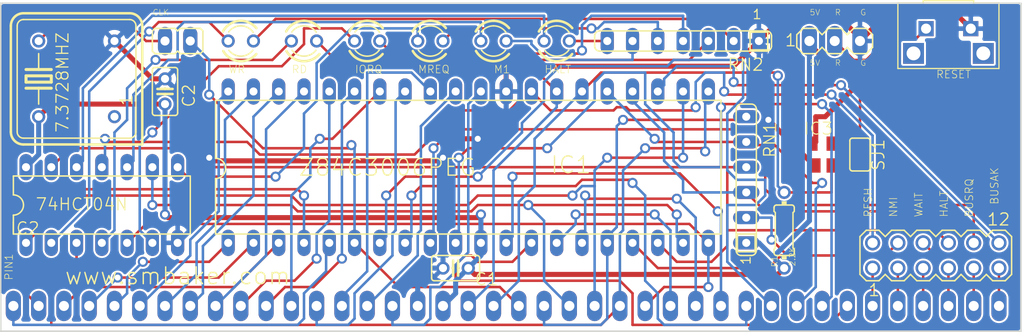
<source format=kicad_pcb>
(kicad_pcb (version 20171130) (host pcbnew 5.1.2)
  (layers (0 Top signal) (31 Bottom signal) (34 B.Paste user) (35 F.Paste user) (36 B.SilkS user) (37 F.SilkS user) (38 B.Mask user) (39 F.Mask user) (44 Edge.Cuts user))
  (net 0 "")
  (net 1 M1)
  (net 2 RESET)
  (net 3 CLK)
  (net 4 INT)
  (net 5 MREQ)
  (net 6 IORQ)
  (net 7 RD)
  (net 8 WR)
  (net 9 RFSH)
  (net 10 HALT)
  (net 11 WAIT)
  (net 12 NMI)
  (net 13 BUSRQ)
  (net 14 BUSAK)
  (net 15 D0)
  (net 16 D1)
  (net 17 D2)
  (net 18 D3)
  (net 19 D4)
  (net 20 D5)
  (net 21 D6)
  (net 22 D7)
  (net 23 A15)
  (net 24 A14)
  (net 25 A13)
  (net 26 A12)
  (net 27 A11)
  (net 28 A10)
  (net 29 A9)
  (net 30 A8)
  (net 31 A7)
  (net 32 A6)
  (net 33 A5)
  (net 34 A4)
  (net 35 A3)
  (net 36 A2)
  (net 37 A1)
  (net 38 A0)
  (net 39 TX)
  (net 40 RX)
  (net 41 E0)
  (net 42 E1)
  (net 43 E2)
  (net 44 E3)
  (net 45 GND)
  (net 46 +5V)
  (net 47 N$1)
  (net 48 N$2)
  (net 49 N$3)
  (net 50 N$4)
  (net 51 N$5)
  (net 52 N$6)
  (net 53 N$7)
  (net 54 N$8)
  (net 55 N$9)
  (net 56 N$10)
  (net 57 N$11)
  (net 58 N$12)
  (net 59 N$13)
  (net 60 N$14)
  (module eaa651fdd346d6544176813de3c28a36:DIL40 (layer Top) (at 144.2211 104.9986)
    (fp_text reference IC1 (at 8.1789 0.762) (layer F.SilkS) (effects (font (size 1.6891 1.6891) (thickness 0.135128)) (justify left bottom)))
    (fp_text value Z84C3006PEG (at -17.145 1.016) (layer F.SilkS) (effects (font (size 1.6891 1.6891) (thickness 0.135128)) (justify left bottom)))
    (pad 40 thru_hole oval (at -24.13 -7.62 90) (size 2.6416 1.3208) (drill 0.8128) (layers *.Cu *.Mask) (net 28 A10))
    (pad 39 thru_hole oval (at -21.59 -7.62 90) (size 2.6416 1.3208) (drill 0.8128) (layers *.Cu *.Mask) (net 29 A9))
    (pad 38 thru_hole oval (at -19.05 -7.62 90) (size 2.6416 1.3208) (drill 0.8128) (layers *.Cu *.Mask) (net 30 A8))
    (pad 37 thru_hole oval (at -16.51 -7.62 90) (size 2.6416 1.3208) (drill 0.8128) (layers *.Cu *.Mask) (net 31 A7))
    (pad 36 thru_hole oval (at -13.97 -7.62 90) (size 2.6416 1.3208) (drill 0.8128) (layers *.Cu *.Mask) (net 32 A6))
    (pad 35 thru_hole oval (at -11.43 -7.62 90) (size 2.6416 1.3208) (drill 0.8128) (layers *.Cu *.Mask) (net 33 A5))
    (pad 34 thru_hole oval (at -8.89 -7.62 90) (size 2.6416 1.3208) (drill 0.8128) (layers *.Cu *.Mask) (net 34 A4))
    (pad 33 thru_hole oval (at -6.35 -7.62 90) (size 2.6416 1.3208) (drill 0.8128) (layers *.Cu *.Mask) (net 35 A3))
    (pad 32 thru_hole oval (at -3.81 -7.62 90) (size 2.6416 1.3208) (drill 0.8128) (layers *.Cu *.Mask) (net 36 A2))
    (pad 31 thru_hole oval (at -1.27 -7.62 90) (size 2.6416 1.3208) (drill 0.8128) (layers *.Cu *.Mask) (net 37 A1))
    (pad 30 thru_hole oval (at 1.27 -7.62 90) (size 2.6416 1.3208) (drill 0.8128) (layers *.Cu *.Mask) (net 38 A0))
    (pad 29 thru_hole oval (at 3.81 -7.62 90) (size 2.6416 1.3208) (drill 0.8128) (layers *.Cu *.Mask) (net 45 GND))
    (pad 28 thru_hole oval (at 6.35 -7.62 90) (size 2.6416 1.3208) (drill 0.8128) (layers *.Cu *.Mask) (net 9 RFSH))
    (pad 27 thru_hole oval (at 8.89 -7.62 90) (size 2.6416 1.3208) (drill 0.8128) (layers *.Cu *.Mask) (net 1 M1))
    (pad 26 thru_hole oval (at 11.43 -7.62 90) (size 2.6416 1.3208) (drill 0.8128) (layers *.Cu *.Mask) (net 2 RESET))
    (pad 25 thru_hole oval (at 13.97 -7.62 90) (size 2.6416 1.3208) (drill 0.8128) (layers *.Cu *.Mask) (net 13 BUSRQ))
    (pad 24 thru_hole oval (at 16.51 -7.62 90) (size 2.6416 1.3208) (drill 0.8128) (layers *.Cu *.Mask) (net 11 WAIT))
    (pad 23 thru_hole oval (at 19.05 -7.62 90) (size 2.6416 1.3208) (drill 0.8128) (layers *.Cu *.Mask) (net 14 BUSAK))
    (pad 22 thru_hole oval (at 21.59 -7.62 90) (size 2.6416 1.3208) (drill 0.8128) (layers *.Cu *.Mask) (net 8 WR))
    (pad 21 thru_hole oval (at 24.13 -7.62 90) (size 2.6416 1.3208) (drill 0.8128) (layers *.Cu *.Mask) (net 7 RD))
    (pad 20 thru_hole oval (at 24.13 7.62 90) (size 2.6416 1.3208) (drill 0.8128) (layers *.Cu *.Mask) (net 6 IORQ))
    (pad 19 thru_hole oval (at 21.59 7.62 90) (size 2.6416 1.3208) (drill 0.8128) (layers *.Cu *.Mask) (net 5 MREQ))
    (pad 18 thru_hole oval (at 19.05 7.62 90) (size 2.6416 1.3208) (drill 0.8128) (layers *.Cu *.Mask) (net 10 HALT))
    (pad 17 thru_hole oval (at 16.51 7.62 90) (size 2.6416 1.3208) (drill 0.8128) (layers *.Cu *.Mask) (net 12 NMI))
    (pad 16 thru_hole oval (at 13.97 7.62 90) (size 2.6416 1.3208) (drill 0.8128) (layers *.Cu *.Mask) (net 4 INT))
    (pad 15 thru_hole oval (at 11.43 7.62 90) (size 2.6416 1.3208) (drill 0.8128) (layers *.Cu *.Mask) (net 16 D1))
    (pad 14 thru_hole oval (at 8.89 7.62 90) (size 2.6416 1.3208) (drill 0.8128) (layers *.Cu *.Mask) (net 15 D0))
    (pad 13 thru_hole oval (at 6.35 7.62 90) (size 2.6416 1.3208) (drill 0.8128) (layers *.Cu *.Mask) (net 22 D7))
    (pad 12 thru_hole oval (at 3.81 7.62 90) (size 2.6416 1.3208) (drill 0.8128) (layers *.Cu *.Mask) (net 17 D2))
    (pad 11 thru_hole oval (at 1.27 7.62 90) (size 2.6416 1.3208) (drill 0.8128) (layers *.Cu *.Mask) (net 46 +5V))
    (pad 10 thru_hole oval (at -1.27 7.62 90) (size 2.6416 1.3208) (drill 0.8128) (layers *.Cu *.Mask) (net 21 D6))
    (pad 9 thru_hole oval (at -3.81 7.62 90) (size 2.6416 1.3208) (drill 0.8128) (layers *.Cu *.Mask) (net 20 D5))
    (pad 5 thru_hole oval (at -13.97 7.62 90) (size 2.6416 1.3208) (drill 0.8128) (layers *.Cu *.Mask) (net 23 A15))
    (pad 6 thru_hole oval (at -11.43 7.62 90) (size 2.6416 1.3208) (drill 0.8128) (layers *.Cu *.Mask) (net 3 CLK))
    (pad 4 thru_hole oval (at -16.51 7.62 90) (size 2.6416 1.3208) (drill 0.8128) (layers *.Cu *.Mask) (net 24 A14))
    (pad 3 thru_hole oval (at -19.05 7.62 90) (size 2.6416 1.3208) (drill 0.8128) (layers *.Cu *.Mask) (net 25 A13))
    (pad 8 thru_hole oval (at -6.35 7.62 90) (size 2.6416 1.3208) (drill 0.8128) (layers *.Cu *.Mask) (net 18 D3))
    (pad 7 thru_hole oval (at -8.89 7.62 90) (size 2.6416 1.3208) (drill 0.8128) (layers *.Cu *.Mask) (net 19 D4))
    (pad 2 thru_hole oval (at -21.59 7.62 90) (size 2.6416 1.3208) (drill 0.8128) (layers *.Cu *.Mask) (net 26 A12))
    (pad 1 thru_hole oval (at -24.13 7.62 90) (size 2.6416 1.3208) (drill 0.8128) (layers *.Cu *.Mask) (net 27 A11))
  )
  (module eaa651fdd346d6544176813de3c28a36:MA06-2 (layer Top) (at 191.2111 113.8886)
    (fp_text reference SV1 hide)
    (fp_text value "")
    (fp_text user 12 (at 5.08 -2.921) (layer F.SilkS) (effects (font (size 1.2065 1.2065) (thickness 0.127)) (justify left bottom)))
    (fp_text user 1 (at -6.858 4.191) (layer F.SilkS) (effects (font (size 1.2065 1.2065) (thickness 0.127)) (justify left bottom)))
    (pad 12 thru_hole circle (at 6.35 -1.27) (size 1.524 1.524) (drill 1.016) (layers *.Cu *.Mask) (net 14 BUSAK))
    (pad 10 thru_hole circle (at 3.81 -1.27) (size 1.524 1.524) (drill 1.016) (layers *.Cu *.Mask) (net 13 BUSRQ))
    (pad 8 thru_hole circle (at 1.27 -1.27) (size 1.524 1.524) (drill 1.016) (layers *.Cu *.Mask) (net 10 HALT))
    (pad 6 thru_hole circle (at -1.27 -1.27) (size 1.524 1.524) (drill 1.016) (layers *.Cu *.Mask) (net 11 WAIT))
    (pad 4 thru_hole circle (at -3.81 -1.27) (size 1.524 1.524) (drill 1.016) (layers *.Cu *.Mask) (net 12 NMI))
    (pad 2 thru_hole circle (at -6.35 -1.27) (size 1.524 1.524) (drill 1.016) (layers *.Cu *.Mask) (net 9 RFSH))
    (pad 11 thru_hole circle (at 6.35 1.27) (size 1.524 1.524) (drill 1.016) (layers *.Cu *.Mask) (net 44 E3))
    (pad 9 thru_hole circle (at 3.81 1.27) (size 1.524 1.524) (drill 1.016) (layers *.Cu *.Mask) (net 43 E2))
    (pad 7 thru_hole circle (at 1.27 1.27) (size 1.524 1.524) (drill 1.016) (layers *.Cu *.Mask) (net 42 E1))
    (pad 5 thru_hole circle (at -1.27 1.27) (size 1.524 1.524) (drill 1.016) (layers *.Cu *.Mask) (net 41 E0))
    (pad 3 thru_hole circle (at -3.81 1.27) (size 1.524 1.524) (drill 1.016) (layers *.Cu *.Mask) (net 40 RX))
    (pad 1 thru_hole circle (at -6.35 1.27) (size 1.524 1.524) (drill 1.016) (layers *.Cu *.Mask) (net 39 TX))
  )
  (module eaa651fdd346d6544176813de3c28a36:SIP40 (layer Top) (at 146.7611 118.9686)
    (fp_text reference CON1 hide)
    (fp_text value RC2014 hide)
    (pad 21 thru_hole oval (at 2.54 0 90) (size 3.048 1.524) (drill 1.016) (layers *.Cu *.Mask) (net 3 CLK))
    (pad 22 thru_hole oval (at 5.08 0 90) (size 3.048 1.524) (drill 1.016) (layers *.Cu *.Mask) (net 4 INT))
    (pad 23 thru_hole oval (at 7.62 0 90) (size 3.048 1.524) (drill 1.016) (layers *.Cu *.Mask) (net 5 MREQ))
    (pad 24 thru_hole oval (at 10.16 0 90) (size 3.048 1.524) (drill 1.016) (layers *.Cu *.Mask) (net 8 WR))
    (pad 25 thru_hole oval (at 12.7 0 90) (size 3.048 1.524) (drill 1.016) (layers *.Cu *.Mask) (net 7 RD))
    (pad 26 thru_hole oval (at 15.24 0 90) (size 3.048 1.524) (drill 1.016) (layers *.Cu *.Mask) (net 6 IORQ))
    (pad 27 thru_hole oval (at 17.78 0 90) (size 3.048 1.524) (drill 1.016) (layers *.Cu *.Mask) (net 15 D0))
    (pad 28 thru_hole oval (at 20.32 0 90) (size 3.048 1.524) (drill 1.016) (layers *.Cu *.Mask) (net 16 D1))
    (pad 29 thru_hole oval (at 22.86 0 90) (size 3.048 1.524) (drill 1.016) (layers *.Cu *.Mask) (net 17 D2))
    (pad 30 thru_hole oval (at 25.4 0 90) (size 3.048 1.524) (drill 1.016) (layers *.Cu *.Mask) (net 18 D3))
    (pad 31 thru_hole oval (at 27.94 0 90) (size 3.048 1.524) (drill 1.016) (layers *.Cu *.Mask) (net 19 D4))
    (pad 32 thru_hole oval (at 30.48 0 90) (size 3.048 1.524) (drill 1.016) (layers *.Cu *.Mask) (net 20 D5))
    (pad 33 thru_hole oval (at 33.02 0 90) (size 3.048 1.524) (drill 1.016) (layers *.Cu *.Mask) (net 21 D6))
    (pad 34 thru_hole oval (at 35.56 0 90) (size 3.048 1.524) (drill 1.016) (layers *.Cu *.Mask) (net 22 D7))
    (pad 35 thru_hole oval (at 38.1 0 90) (size 3.048 1.524) (drill 1.016) (layers *.Cu *.Mask) (net 39 TX))
    (pad 36 thru_hole oval (at 40.64 0 90) (size 3.048 1.524) (drill 1.016) (layers *.Cu *.Mask) (net 40 RX))
    (pad 37 thru_hole oval (at 43.18 0 90) (size 3.048 1.524) (drill 1.016) (layers *.Cu *.Mask) (net 41 E0))
    (pad 38 thru_hole oval (at 45.72 0 90) (size 3.048 1.524) (drill 1.016) (layers *.Cu *.Mask) (net 42 E1))
    (pad 39 thru_hole oval (at 48.26 0 90) (size 3.048 1.524) (drill 1.016) (layers *.Cu *.Mask) (net 43 E2))
    (pad 40 thru_hole oval (at 50.8 0 90) (size 3.048 1.524) (drill 1.016) (layers *.Cu *.Mask) (net 44 E3))
    (pad 3 thru_hole oval (at -43.18 0 90) (size 3.048 1.524) (drill 1.016) (layers *.Cu *.Mask) (net 25 A13))
    (pad 1 thru_hole oval (at -48.26 0 90) (size 3.048 1.524) (drill 1.016) (layers *.Cu *.Mask) (net 23 A15))
    (pad 2 thru_hole oval (at -45.72 0 90) (size 3.048 1.524) (drill 1.016) (layers *.Cu *.Mask) (net 24 A14))
    (pad 4 thru_hole oval (at -40.64 0 90) (size 3.048 1.524) (drill 1.016) (layers *.Cu *.Mask) (net 26 A12))
    (pad 5 thru_hole oval (at -38.1 0 90) (size 3.048 1.524) (drill 1.016) (layers *.Cu *.Mask) (net 27 A11))
    (pad 6 thru_hole oval (at -35.56 0 90) (size 3.048 1.524) (drill 1.016) (layers *.Cu *.Mask) (net 28 A10))
    (pad 7 thru_hole oval (at -33.02 0 90) (size 3.048 1.524) (drill 1.016) (layers *.Cu *.Mask) (net 29 A9))
    (pad 8 thru_hole oval (at -30.48 0 90) (size 3.048 1.524) (drill 1.016) (layers *.Cu *.Mask) (net 30 A8))
    (pad 9 thru_hole oval (at -27.94 0 90) (size 3.048 1.524) (drill 1.016) (layers *.Cu *.Mask) (net 31 A7))
    (pad 10 thru_hole oval (at -25.4 0 90) (size 3.048 1.524) (drill 1.016) (layers *.Cu *.Mask) (net 32 A6))
    (pad 11 thru_hole oval (at -22.86 0 90) (size 3.048 1.524) (drill 1.016) (layers *.Cu *.Mask) (net 33 A5))
    (pad 12 thru_hole oval (at -20.32 0 90) (size 3.048 1.524) (drill 1.016) (layers *.Cu *.Mask) (net 34 A4))
    (pad 13 thru_hole oval (at -17.78 0 90) (size 3.048 1.524) (drill 1.016) (layers *.Cu *.Mask) (net 35 A3))
    (pad 14 thru_hole oval (at -15.24 0 90) (size 3.048 1.524) (drill 1.016) (layers *.Cu *.Mask) (net 36 A2))
    (pad 15 thru_hole oval (at -12.7 0 90) (size 3.048 1.524) (drill 1.016) (layers *.Cu *.Mask) (net 37 A1))
    (pad 16 thru_hole oval (at -10.16 0 90) (size 3.048 1.524) (drill 1.016) (layers *.Cu *.Mask) (net 38 A0))
    (pad 17 thru_hole oval (at -7.62 0 90) (size 3.048 1.524) (drill 1.016) (layers *.Cu *.Mask) (net 45 GND))
    (pad 18 thru_hole oval (at -5.08 0 90) (size 3.048 1.524) (drill 1.016) (layers *.Cu *.Mask) (net 46 +5V))
    (pad 19 thru_hole oval (at -2.54 0 90) (size 3.048 1.524) (drill 1.016) (layers *.Cu *.Mask) (net 1 M1))
    (pad 20 thru_hole oval (at 0 0 90) (size 3.048 1.524) (drill 1.016) (layers *.Cu *.Mask) (net 2 RESET))
  )
  (module eaa651fdd346d6544176813de3c28a36:0204_7 (layer Top) (at 175.9711 111.3486 90)
    (fp_text reference R1 (at -2.54 -1.2954 90) (layer F.SilkS) (effects (font (size 0.57912 0.57912) (thickness 0.057912)) (justify right top)))
    (fp_text value 2.2K (at -1.6256 0.4826 90) (layer F.SilkS) (effects (font (size 0.57912 0.57912) (thickness 0.057912)) (justify right top)))
    (pad 2 thru_hole circle (at 3.81 0 90) (size 1.3208 1.3208) (drill 0.8128) (layers *.Cu *.Mask) (net 2 RESET))
    (pad 1 thru_hole circle (at -3.81 0 90) (size 1.3208 1.3208) (drill 0.8128) (layers *.Cu *.Mask) (net 46 +5V))
  )
  (module eaa651fdd346d6544176813de3c28a36:DIL08S (layer Top) (at 104.8511 96.1086 90)
    (fp_text reference QG1 hide)
    (fp_text value 7.3728MHZ (at -5.4914 -0.7111 90) (layer F.SilkS) (effects (font (size 1.2065 1.2065) (thickness 0.12065)) (justify left bottom)))
    (fp_text user 1 (at -2.794 5.715 90) (layer F.SilkS) (effects (font (size 1.2065 1.2065) (thickness 0.127)) (justify left bottom)))
    (pad 8 thru_hole circle (at -3.81 -3.81 90) (size 1.3208 1.3208) (drill 0.8128) (layers *.Cu *.Mask) (net 46 +5V))
    (pad 5 thru_hole circle (at 3.81 -3.81 90) (size 1.3208 1.3208) (drill 0.8128) (layers *.Cu *.Mask) (net 48 N$2))
    (pad 4 thru_hole circle (at 3.81 3.81 90) (size 1.3208 1.3208) (drill 0.8128) (layers *.Cu *.Mask) (net 45 GND))
    (pad 1 thru_hole circle (at -3.81 3.81 90) (size 1.3208 1.3208) (drill 0.8128) (layers *.Cu *.Mask))
  )
  (module eaa651fdd346d6544176813de3c28a36:C025-025X050 (layer Top) (at 142.9511 115.1586 180)
    (fp_text reference C1 (at -4.3689 -0.4114 180) (layer F.SilkS) (effects (font (size 1.2065 1.2065) (thickness 0.127)) (justify right top)))
    (fp_text value 100nF hide)
    (pad 2 thru_hole circle (at 1.27 0 180) (size 1.3208 1.3208) (drill 0.8128) (layers *.Cu *.Mask) (net 45 GND))
    (pad 1 thru_hole circle (at -1.27 0 180) (size 1.3208 1.3208) (drill 0.8128) (layers *.Cu *.Mask) (net 46 +5V))
  )
  (module eaa651fdd346d6544176813de3c28a36:SOT143 (layer Top) (at 179.7811 103.7286)
    (fp_text reference IC3 (at -1.905 -1.905) (layer F.SilkS) (effects (font (size 1.2065 1.2065) (thickness 0.1016)) (justify left bottom)))
    (fp_text value MAX811)
    (pad 1 smd rect (at -0.75 1.1) (size 1.2 1.44) (layers Top F.Paste F.Mask) (net 45 GND))
    (pad 2 smd rect (at 0.95 1.1) (size 1 1.44) (layers Top F.Paste F.Mask) (net 2 RESET))
    (pad 3 smd rect (at 0.95 -1.1) (size 1 1.44) (layers Top F.Paste F.Mask) (net 47 N$1))
    (pad 4 smd rect (at -0.95 -1.1) (size 1 1.44) (layers Top F.Paste F.Mask) (net 46 +5V))
  )
  (module eaa651fdd346d6544176813de3c28a36:SJ (layer Top) (at 183.5911 103.7286 270)
    (fp_text reference SJ1 (at -1.651 -1.143 270) (layer F.SilkS) (effects (font (size 1.2065 1.2065) (thickness 0.127)) (justify right top)))
    (fp_text value "")
    (pad 2 smd rect (at 0.762 0 270) (size 1.1684 1.6002) (layers Top F.Paste F.Mask) (net 2 RESET))
    (pad 1 smd rect (at -0.762 0 270) (size 1.1684 1.6002) (layers Top F.Paste F.Mask) (net 47 N$1))
  )
  (module eaa651fdd346d6544176813de3c28a36:BUTTON_RA (layer Top) (at 192.4811 92.2986 180)
    (fp_text reference SW1 hide)
    (fp_text value BUTTON_RA hide)
    (pad NC2 thru_hole rect (at 3.5052 -1.2446 180) (size 2.0955 2.0955) (drill 1.397) (layers *.Cu *.Mask))
    (pad NC1 thru_hole rect (at -3.5052 -1.2446 180) (size 2.0955 2.0955) (drill 1.397) (layers *.Cu *.Mask))
    (pad P$2 thru_hole rect (at 2.2479 1.2446 180) (size 1.524 1.524) (drill 1.016) (layers *.Cu *.Mask) (net 47 N$1))
    (pad P$1 thru_hole rect (at -2.2479 1.2446 180) (size 1.524 1.524) (drill 1.016) (layers *.Cu *.Mask) (net 45 GND))
  )
  (module eaa651fdd346d6544176813de3c28a36:MA03-1 (layer Top) (at 181.0511 92.2986)
    (fp_text reference SV2 hide)
    (fp_text value "")
    (fp_text user 1 (at -5.08 0.635) (layer F.SilkS) (effects (font (size 1.2065 1.2065) (thickness 0.127)) (justify left bottom)))
    (pad 3 thru_hole oval (at 2.54 0 90) (size 3.048 1.524) (drill 1.016) (layers *.Cu *.Mask) (net 45 GND))
    (pad 2 thru_hole oval (at 0 0 90) (size 3.048 1.524) (drill 1.016) (layers *.Cu *.Mask) (net 47 N$1))
    (pad 1 thru_hole oval (at -2.54 0 90) (size 3.048 1.524) (drill 1.016) (layers *.Cu *.Mask) (net 46 +5V))
  )
  (module eaa651fdd346d6544176813de3c28a36:SIL6 (layer Top) (at 172.1611 106.2686 90)
    (fp_text reference RN1 (at 2.1286 3.0989 90) (layer F.SilkS) (effects (font (size 1.2065 1.2065) (thickness 0.127)) (justify left bottom)))
    (fp_text value 10K)
    (fp_text user 1 (at -8.636 0.508 90) (layer F.SilkS) (effects (font (size 0.94107 0.94107) (thickness 0.118872)) (justify left bottom)))
    (pad 6 thru_hole oval (at 6.35 0 180) (size 2.6416 1.3208) (drill 0.8128) (layers *.Cu *.Mask) (net 4 INT))
    (pad 5 thru_hole oval (at 3.81 0 180) (size 2.6416 1.3208) (drill 0.8128) (layers *.Cu *.Mask) (net 13 BUSRQ))
    (pad 4 thru_hole oval (at 1.27 0 180) (size 2.6416 1.3208) (drill 0.8128) (layers *.Cu *.Mask) (net 10 HALT))
    (pad 3 thru_hole oval (at -1.27 0 180) (size 2.6416 1.3208) (drill 0.8128) (layers *.Cu *.Mask) (net 11 WAIT))
    (pad 2 thru_hole oval (at -3.81 0 180) (size 2.6416 1.3208) (drill 0.8128) (layers *.Cu *.Mask) (net 12 NMI))
    (pad 1 thru_hole oval (at -6.35 0 180) (size 2.6416 1.3208) (drill 0.8128) (layers *.Cu *.Mask) (net 46 +5V))
  )
  (module eaa651fdd346d6544176813de3c28a36:JP1 (layer Top) (at 115.0111 92.2986 270)
    (fp_text reference JP1 hide)
    (fp_text value "")
    (pad 2 thru_hole oval (at 0 -1.27 270) (size 2.8448 1.4224) (drill 0.9144) (layers *.Cu *.Mask) (net 3 CLK))
    (pad 1 thru_hole oval (at 0 1.27 270) (size 2.8448 1.4224) (drill 0.9144) (layers *.Cu *.Mask) (net 48 N$2))
  )
  (module eaa651fdd346d6544176813de3c28a36:C025-025X050 (layer Top) (at 113.7411 97.3786 90)
    (fp_text reference C2 (at -1.6814 3.0989 90) (layer F.SilkS) (effects (font (size 1.2065 1.2065) (thickness 0.127)) (justify left bottom)))
    (fp_text value 100nF hide)
    (pad 2 thru_hole circle (at 1.27 0 90) (size 1.3208 1.3208) (drill 0.8128) (layers *.Cu *.Mask) (net 45 GND))
    (pad 1 thru_hole circle (at -1.27 0 90) (size 1.3208 1.3208) (drill 0.8128) (layers *.Cu *.Mask) (net 46 +5V))
  )
  (module eaa651fdd346d6544176813de3c28a36:DIL14 (layer Top) (at 107.3911 108.8086)
    (fp_text reference IC2 (at -9.271 3.048) (layer F.SilkS) (effects (font (size 1.2065 1.2065) (thickness 0.12065)) (justify left bottom)))
    (fp_text value 74HCT04N (at -6.731 0.635) (layer F.SilkS) (effects (font (size 1.2065 1.2065) (thickness 0.12065)) (justify left bottom)))
    (pad 14 thru_hole oval (at -7.62 -3.81 90) (size 2.6416 1.3208) (drill 0.8128) (layers *.Cu *.Mask) (net 46 +5V))
    (pad 13 thru_hole oval (at -5.08 -3.81 90) (size 2.6416 1.3208) (drill 0.8128) (layers *.Cu *.Mask) (net 10 HALT))
    (pad 12 thru_hole oval (at -2.54 -3.81 90) (size 2.6416 1.3208) (drill 0.8128) (layers *.Cu *.Mask) (net 54 N$8))
    (pad 11 thru_hole oval (at 0 -3.81 90) (size 2.6416 1.3208) (drill 0.8128) (layers *.Cu *.Mask) (net 1 M1))
    (pad 10 thru_hole oval (at 2.54 -3.81 90) (size 2.6416 1.3208) (drill 0.8128) (layers *.Cu *.Mask) (net 53 N$7))
    (pad 9 thru_hole oval (at 5.08 -3.81 90) (size 2.6416 1.3208) (drill 0.8128) (layers *.Cu *.Mask) (net 5 MREQ))
    (pad 5 thru_hole oval (at 2.54 3.81 90) (size 2.6416 1.3208) (drill 0.8128) (layers *.Cu *.Mask) (net 6 IORQ))
    (pad 6 thru_hole oval (at 5.08 3.81 90) (size 2.6416 1.3208) (drill 0.8128) (layers *.Cu *.Mask) (net 51 N$5))
    (pad 4 thru_hole oval (at 0 3.81 90) (size 2.6416 1.3208) (drill 0.8128) (layers *.Cu *.Mask) (net 50 N$4))
    (pad 3 thru_hole oval (at -2.54 3.81 90) (size 2.6416 1.3208) (drill 0.8128) (layers *.Cu *.Mask) (net 7 RD))
    (pad 8 thru_hole oval (at 7.62 -3.81 90) (size 2.6416 1.3208) (drill 0.8128) (layers *.Cu *.Mask) (net 52 N$6))
    (pad 7 thru_hole oval (at 7.62 3.81 90) (size 2.6416 1.3208) (drill 0.8128) (layers *.Cu *.Mask) (net 45 GND))
    (pad 2 thru_hole oval (at -5.08 3.81 90) (size 2.6416 1.3208) (drill 0.8128) (layers *.Cu *.Mask) (net 49 N$3))
    (pad 1 thru_hole oval (at -7.62 3.81 90) (size 2.6416 1.3208) (drill 0.8128) (layers *.Cu *.Mask) (net 8 WR))
  )
  (module eaa651fdd346d6544176813de3c28a36:LED3MM (layer Top) (at 121.3611 92.2986)
    (fp_text reference LED1 hide)
    (fp_text value "")
    (pad K thru_hole circle (at 1.27 0) (size 1.3208 1.3208) (drill 0.8128) (layers *.Cu *.Mask) (net 55 N$9))
    (pad A thru_hole circle (at -1.27 0) (size 1.3208 1.3208) (drill 0.8128) (layers *.Cu *.Mask) (net 49 N$3))
  )
  (module eaa651fdd346d6544176813de3c28a36:LED3MM (layer Top) (at 127.7111 92.2986)
    (fp_text reference LED2 hide)
    (fp_text value "")
    (pad K thru_hole circle (at 1.27 0) (size 1.3208 1.3208) (drill 0.8128) (layers *.Cu *.Mask) (net 56 N$10))
    (pad A thru_hole circle (at -1.27 0) (size 1.3208 1.3208) (drill 0.8128) (layers *.Cu *.Mask) (net 50 N$4))
  )
  (module eaa651fdd346d6544176813de3c28a36:LED3MM (layer Top) (at 134.0611 92.2986)
    (fp_text reference LED3 hide)
    (fp_text value "")
    (pad K thru_hole circle (at 1.27 0) (size 1.3208 1.3208) (drill 0.8128) (layers *.Cu *.Mask) (net 57 N$11))
    (pad A thru_hole circle (at -1.27 0) (size 1.3208 1.3208) (drill 0.8128) (layers *.Cu *.Mask) (net 51 N$5))
  )
  (module eaa651fdd346d6544176813de3c28a36:LED3MM (layer Top) (at 140.4111 92.2986)
    (fp_text reference LED4 hide)
    (fp_text value "")
    (pad K thru_hole circle (at 1.27 0) (size 1.3208 1.3208) (drill 0.8128) (layers *.Cu *.Mask) (net 58 N$12))
    (pad A thru_hole circle (at -1.27 0) (size 1.3208 1.3208) (drill 0.8128) (layers *.Cu *.Mask) (net 52 N$6))
  )
  (module eaa651fdd346d6544176813de3c28a36:LED3MM (layer Top) (at 146.7611 92.2986)
    (fp_text reference LED5 hide)
    (fp_text value "")
    (pad K thru_hole circle (at 1.27 0) (size 1.3208 1.3208) (drill 0.8128) (layers *.Cu *.Mask) (net 59 N$13))
    (pad A thru_hole circle (at -1.27 0) (size 1.3208 1.3208) (drill 0.8128) (layers *.Cu *.Mask) (net 53 N$7))
  )
  (module eaa651fdd346d6544176813de3c28a36:LED3MM (layer Top) (at 153.1111 92.2986)
    (fp_text reference LED6 hide)
    (fp_text value "")
    (pad K thru_hole circle (at 1.27 0) (size 1.3208 1.3208) (drill 0.8128) (layers *.Cu *.Mask) (net 60 N$14))
    (pad A thru_hole circle (at -1.27 0) (size 1.3208 1.3208) (drill 0.8128) (layers *.Cu *.Mask) (net 54 N$8))
  )
  (module eaa651fdd346d6544176813de3c28a36:SIL7 (layer Top) (at 165.8111 92.2986 180)
    (fp_text reference RN2 (at -8.1789 -1.6814 180) (layer F.SilkS) (effects (font (size 1.2065 1.2065) (thickness 0.127)) (justify right top)))
    (fp_text value 470)
    (fp_text user 1 (at -6.9089 2.1286 180) (layer F.SilkS) (effects (font (size 0.94107 0.94107) (thickness 0.118872)) (justify left bottom)))
    (pad 7 thru_hole oval (at 7.62 0 270) (size 2.6416 1.3208) (drill 0.8128) (layers *.Cu *.Mask) (net 60 N$14))
    (pad 6 thru_hole oval (at 5.08 0 270) (size 2.6416 1.3208) (drill 0.8128) (layers *.Cu *.Mask) (net 59 N$13))
    (pad 5 thru_hole oval (at 2.54 0 270) (size 2.6416 1.3208) (drill 0.8128) (layers *.Cu *.Mask) (net 58 N$12))
    (pad 4 thru_hole oval (at 0 0 270) (size 2.6416 1.3208) (drill 0.8128) (layers *.Cu *.Mask) (net 57 N$11))
    (pad 3 thru_hole oval (at -2.54 0 270) (size 2.6416 1.3208) (drill 0.8128) (layers *.Cu *.Mask) (net 56 N$10))
    (pad 2 thru_hole oval (at -5.08 0 270) (size 2.6416 1.3208) (drill 0.8128) (layers *.Cu *.Mask) (net 55 N$9))
    (pad 1 thru_hole oval (at -7.62 0 270) (size 2.6416 1.3208) (drill 0.8128) (layers *.Cu *.Mask) (net 45 GND))
  )
  (gr_line (start 97.2311 121.5086) (end 199.7711 121.5086) (layer Edge.Cuts) (width 0.15))
  (gr_line (start 199.7711 121.5086) (end 199.7711 88.4986) (layer Edge.Cuts) (width 0.15))
  (gr_line (start 199.7711 88.4986) (end 97.2311 88.4986) (layer Edge.Cuts) (width 0.15))
  (gr_line (start 97.2311 88.4986) (end 97.2311 121.5086) (layer Edge.Cuts) (width 0.15))
  (gr_text BUSAK (at 197.5611 108.8086 90) (layer F.SilkS) (effects (font (size 0.77216 0.77216) (thickness 0.065024)) (justify left bottom)))
  (gr_text BUSRQ (at 195.0211 110.0786 90) (layer F.SilkS) (effects (font (size 0.77216 0.77216) (thickness 0.065024)) (justify left bottom)))
  (gr_text RESET (at 191.2111 96.1086) (layer F.SilkS) (effects (font (size 0.77216 0.77216) (thickness 0.065024)) (justify left bottom)))
  (gr_text HALT (at 192.4811 110.0786 90) (layer F.SilkS) (effects (font (size 0.77216 0.77216) (thickness 0.065024)) (justify left bottom)))
  (gr_text WAIT (at 189.9411 110.0786 90) (layer F.SilkS) (effects (font (size 0.77216 0.77216) (thickness 0.065024)) (justify left bottom)))
  (gr_text PIN1 (at 98.5011 116.4286 90) (layer F.SilkS) (effects (font (size 0.77216 0.77216) (thickness 0.065024)) (justify left bottom)))
  (gr_text NMI (at 187.4011 110.0786 90) (layer F.SilkS) (effects (font (size 0.77216 0.77216) (thickness 0.065024)) (justify left bottom)))
  (gr_text RFSH (at 184.8611 110.0786 90) (layer F.SilkS) (effects (font (size 0.77216 0.77216) (thickness 0.065024)) (justify left bottom)))
  (gr_text www.smbaker.com (at 103.5811 116.9366) (layer F.SilkS) (effects (font (size 1.6891 1.6891) (thickness 0.14224)) (justify left bottom)))
  (gr_text R (at 181.0511 94.8386) (layer F.SilkS) (effects (font (size 0.57912 0.57912) (thickness 0.048768)) (justify left bottom)))
  (gr_text G (at 183.5911 94.8386) (layer F.SilkS) (effects (font (size 0.57912 0.57912) (thickness 0.048768)) (justify left bottom)))
  (gr_text 5V (at 178.5111 94.8386) (layer F.SilkS) (effects (font (size 0.57912 0.57912) (thickness 0.048768)) (justify left bottom)))
  (gr_text CLK (at 112.4711 89.7586) (layer F.SilkS) (effects (font (size 0.57912 0.57912) (thickness 0.048768)) (justify left bottom)))
  (gr_text 5V (at 178.5111 89.7586) (layer F.SilkS) (effects (font (size 0.57912 0.57912) (thickness 0.048768)) (justify left bottom)))
  (gr_text R (at 181.0511 89.7586) (layer F.SilkS) (effects (font (size 0.57912 0.57912) (thickness 0.048768)) (justify left bottom)))
  (gr_text G (at 183.5911 89.7586) (layer F.SilkS) (effects (font (size 0.57912 0.57912) (thickness 0.048768)) (justify left bottom)))
  (gr_text WR (at 120.0911 95.6006) (layer F.SilkS) (effects (font (size 0.77216 0.77216) (thickness 0.065024)) (justify left bottom)))
  (gr_text RD (at 126.4411 95.6006) (layer F.SilkS) (effects (font (size 0.77216 0.77216) (thickness 0.065024)) (justify left bottom)))
  (gr_text IORQ (at 132.7911 95.6006) (layer F.SilkS) (effects (font (size 0.77216 0.77216) (thickness 0.065024)) (justify left bottom)))
  (gr_text MREQ (at 139.1411 95.6006) (layer F.SilkS) (effects (font (size 0.77216 0.77216) (thickness 0.065024)) (justify left bottom)))
  (gr_text M1 (at 146.7611 95.6006) (layer F.SilkS) (effects (font (size 0.77216 0.77216) (thickness 0.065024)) (justify left bottom)))
  (gr_text HALT (at 151.8411 95.6006) (layer F.SilkS) (effects (font (size 0.77216 0.77216) (thickness 0.065024)) (justify left bottom)))
  (segment (start 107.7086 104.6811) (end 107.3911 104.9986) (width 0.254) (layer Bottom) (net 1))
  (segment (start 107.7086 102.1411) (end 107.7086 104.6811) (width 0.254) (layer Bottom) (net 1))
  (segment (start 108.0261 102.4586) (end 107.7086 102.1411) (width 0.254) (layer Top) (net 1))
  (segment (start 121.9961 102.4586) (end 108.0261 102.4586) (width 0.254) (layer Top) (net 1))
  (segment (start 123.2661 103.7286) (end 121.9961 102.4586) (width 0.254) (layer Top) (net 1))
  (segment (start 138.8236 103.7286) (end 123.2661 103.7286) (width 0.254) (layer Top) (net 1))
  (segment (start 143.2686 99.2836) (end 138.8236 103.7286) (width 0.254) (layer Top) (net 1))
  (segment (start 148.3486 99.2836) (end 143.2686 99.2836) (width 0.254) (layer Top) (net 1))
  (segment (start 149.3011 98.3311) (end 148.3486 99.2836) (width 0.254) (layer Top) (net 1))
  (segment (start 149.3011 95.4736) (end 149.3011 98.3311) (width 0.254) (layer Top) (net 1))
  (segment (start 151.2061 95.4736) (end 149.3011 95.4736) (width 0.254) (layer Top) (net 1))
  (segment (start 153.1111 97.3786) (end 151.2061 95.4736) (width 0.254) (layer Top) (net 1))
  (segment (start 146.7611 116.4286) (end 144.2211 118.9686) (width 0.254) (layer Bottom) (net 1))
  (segment (start 146.7611 105.3161) (end 146.7611 116.4286) (width 0.254) (layer Bottom) (net 1))
  (segment (start 153.1111 98.9661) (end 146.7611 105.3161) (width 0.254) (layer Bottom) (net 1))
  (segment (start 153.1111 97.3786) (end 153.1111 98.9661) (width 0.254) (layer Bottom) (net 1))
  (via (at 107.7086 102.1411) (size 1.016) (drill 0.6096) (layers Top Bottom) (net 1))
  (segment (start 183.5911 104.6811) (end 180.7336 104.6811) (width 0.254) (layer Top) (net 2))
  (segment (start 180.7336 104.6811) (end 180.7311 104.8286) (width 0.254) (layer Top) (net 2))
  (segment (start 183.5911 104.6811) (end 183.5911 104.4906) (width 0.254) (layer Top) (net 2))
  (segment (start 180.7336 107.5386) (end 180.7336 104.9986) (width 0.254) (layer Top) (net 2))
  (segment (start 175.9711 107.5386) (end 180.7336 107.5386) (width 0.254) (layer Top) (net 2))
  (segment (start 180.7336 104.9986) (end 180.7311 104.8286) (width 0.254) (layer Top) (net 2))
  (segment (start 150.8886 102.1411) (end 155.6511 97.3786) (width 0.254) (layer Bottom) (net 2))
  (segment (start 150.8886 106.9036) (end 150.8886 102.1411) (width 0.254) (layer Bottom) (net 2))
  (segment (start 149.3011 108.4911) (end 150.8886 106.9036) (width 0.254) (layer Bottom) (net 2))
  (segment (start 149.3011 116.4286) (end 149.3011 108.4911) (width 0.254) (layer Bottom) (net 2))
  (segment (start 146.7611 118.9686) (end 149.3011 116.4286) (width 0.254) (layer Bottom) (net 2))
  (segment (start 175.3361 106.9036) (end 175.9711 107.5386) (width 0.254) (layer Bottom) (net 2))
  (segment (start 175.3361 95.7911) (end 175.3361 106.9036) (width 0.254) (layer Bottom) (net 2))
  (segment (start 175.0186 95.4736) (end 175.3361 95.7911) (width 0.254) (layer Top) (net 2))
  (segment (start 157.5561 95.4736) (end 175.0186 95.4736) (width 0.254) (layer Top) (net 2))
  (segment (start 155.6511 97.3786) (end 157.5561 95.4736) (width 0.254) (layer Top) (net 2))
  (via (at 175.3361 95.7911) (size 1.016) (drill 0.6096) (layers Top Bottom) (net 2))
  (segment (start 137.2361 117.0636) (end 132.7911 112.6186) (width 0.254) (layer Top) (net 3))
  (segment (start 147.3961 117.0636) (end 137.2361 117.0636) (width 0.254) (layer Top) (net 3))
  (segment (start 149.3011 118.9686) (end 147.3961 117.0636) (width 0.254) (layer Top) (net 3))
  (segment (start 118.1861 94.2036) (end 116.2811 92.2986) (width 0.254) (layer Bottom) (net 3))
  (segment (start 118.1861 97.6961) (end 118.1861 94.2036) (width 0.254) (layer Bottom) (net 3))
  (segment (start 123.5836 103.0936) (end 118.1861 97.6961) (width 0.254) (layer Top) (net 3))
  (segment (start 132.1561 103.0936) (end 123.5836 103.0936) (width 0.254) (layer Top) (net 3))
  (segment (start 132.4736 102.7761) (end 132.1561 103.0936) (width 0.254) (layer Top) (net 3))
  (segment (start 132.7911 103.0936) (end 132.4736 102.7761) (width 0.254) (layer Bottom) (net 3))
  (segment (start 132.7911 112.6186) (end 132.7911 103.0936) (width 0.254) (layer Bottom) (net 3))
  (via (at 118.1861 97.6961) (size 1.016) (drill 0.6096) (layers Top Bottom) (net 3))
  (via (at 132.4736 102.7761) (size 1.016) (drill 0.6096) (layers Top Bottom) (net 3))
  (segment (start 158.1911 120.2386) (end 158.1911 112.6186) (width 0.254) (layer Bottom) (net 4))
  (segment (start 157.5561 120.8736) (end 158.1911 120.2386) (width 0.254) (layer Bottom) (net 4))
  (segment (start 151.8411 120.8736) (end 157.5561 120.8736) (width 0.254) (layer Bottom) (net 4))
  (segment (start 151.8411 118.9686) (end 151.8411 120.8736) (width 0.254) (layer Bottom) (net 4))
  (segment (start 171.8436 100.2361) (end 172.1611 99.9186) (width 0.254) (layer Top) (net 4))
  (segment (start 159.7786 100.2361) (end 171.8436 100.2361) (width 0.254) (layer Top) (net 4))
  (segment (start 159.1436 100.8711) (end 159.7786 100.2361) (width 0.254) (layer Bottom) (net 4))
  (segment (start 159.1436 111.0311) (end 159.1436 100.8711) (width 0.254) (layer Bottom) (net 4))
  (segment (start 158.1911 111.9836) (end 159.1436 111.0311) (width 0.254) (layer Bottom) (net 4))
  (segment (start 158.1911 112.6186) (end 158.1911 111.9836) (width 0.254) (layer Bottom) (net 4))
  (via (at 159.7786 100.2361) (size 1.016) (drill 0.6096) (layers Top Bottom) (net 4))
  (segment (start 112.4711 108.8086) (end 112.4711 104.9986) (width 0.254) (layer Bottom) (net 5))
  (segment (start 126.4411 108.8086) (end 112.4711 108.8086) (width 0.254) (layer Top) (net 5))
  (segment (start 127.0761 109.4436) (end 126.4411 108.8086) (width 0.254) (layer Top) (net 5))
  (segment (start 144.5386 109.4436) (end 127.0761 109.4436) (width 0.254) (layer Top) (net 5))
  (segment (start 145.1736 108.8086) (end 144.5386 109.4436) (width 0.254) (layer Top) (net 5))
  (segment (start 150.2536 108.8086) (end 145.1736 108.8086) (width 0.254) (layer Top) (net 5))
  (segment (start 151.8411 110.3961) (end 150.2536 108.8086) (width 0.254) (layer Bottom) (net 5))
  (segment (start 151.8411 116.4286) (end 151.8411 110.3961) (width 0.254) (layer Bottom) (net 5))
  (segment (start 154.3811 118.9686) (end 151.8411 116.4286) (width 0.254) (layer Bottom) (net 5))
  (segment (start 165.1761 111.9836) (end 165.8111 112.6186) (width 0.254) (layer Bottom) (net 5))
  (segment (start 165.1761 109.7611) (end 165.1761 111.9836) (width 0.254) (layer Bottom) (net 5))
  (segment (start 164.2236 108.8086) (end 165.1761 109.7611) (width 0.254) (layer Top) (net 5))
  (segment (start 150.2536 108.8086) (end 164.2236 108.8086) (width 0.254) (layer Top) (net 5))
  (via (at 112.4711 108.8086) (size 1.016) (drill 0.6096) (layers Top Bottom) (net 5))
  (via (at 150.2536 108.8086) (size 1.016) (drill 0.6096) (layers Top Bottom) (net 5))
  (via (at 165.1761 109.7611) (size 1.016) (drill 0.6096) (layers Top Bottom) (net 5))
  (segment (start 111.8361 110.7136) (end 109.9311 112.6186) (width 0.254) (layer Top) (net 6))
  (segment (start 166.4461 110.7136) (end 111.8361 110.7136) (width 0.254) (layer Top) (net 6))
  (segment (start 168.3511 112.6186) (end 166.4461 110.7136) (width 0.254) (layer Top) (net 6))
  (segment (start 163.9061 117.0636) (end 162.0011 118.9686) (width 0.254) (layer Top) (net 6))
  (segment (start 168.3511 117.0636) (end 163.9061 117.0636) (width 0.254) (layer Top) (net 6))
  (segment (start 168.3511 112.6186) (end 168.3511 117.0636) (width 0.254) (layer Bottom) (net 6))
  (via (at 168.3511 117.0636) (size 1.016) (drill 0.6096) (layers Top Bottom) (net 6))
  (segment (start 104.8511 116.7461) (end 104.8511 112.6186) (width 0.254) (layer Top) (net 7))
  (segment (start 103.2636 116.7461) (end 104.8511 116.7461) (width 0.254) (layer Top) (net 7))
  (segment (start 102.3111 117.6986) (end 103.2636 116.7461) (width 0.254) (layer Top) (net 7))
  (segment (start 102.3111 120.8736) (end 102.3111 117.6986) (width 0.254) (layer Top) (net 7))
  (segment (start 157.5561 120.8736) (end 102.3111 120.8736) (width 0.254) (layer Top) (net 7))
  (segment (start 159.4611 118.9686) (end 157.5561 120.8736) (width 0.254) (layer Top) (net 7))
  (segment (start 168.0336 97.6961) (end 168.3511 97.3786) (width 0.254) (layer Bottom) (net 7))
  (segment (start 168.0336 103.4111) (end 168.0336 97.6961) (width 0.254) (layer Bottom) (net 7))
  (segment (start 167.7161 103.0936) (end 168.0336 103.4111) (width 0.254) (layer Top) (net 7))
  (segment (start 162.0011 103.0936) (end 167.7161 103.0936) (width 0.254) (layer Top) (net 7))
  (segment (start 159.7786 105.3161) (end 162.0011 103.0936) (width 0.254) (layer Bottom) (net 7))
  (segment (start 159.7786 111.3486) (end 159.7786 105.3161) (width 0.254) (layer Bottom) (net 7))
  (segment (start 159.4611 111.6661) (end 159.7786 111.3486) (width 0.254) (layer Bottom) (net 7))
  (segment (start 159.4611 118.9686) (end 159.4611 111.6661) (width 0.254) (layer Bottom) (net 7))
  (via (at 168.0336 103.4111) (size 1.016) (drill 0.6096) (layers Top Bottom) (net 7))
  (via (at 162.0011 103.0936) (size 1.016) (drill 0.6096) (layers Top Bottom) (net 7))
  (segment (start 104.5336 107.8561) (end 99.7711 112.6186) (width 0.254) (layer Top) (net 8))
  (segment (start 126.4411 107.8561) (end 104.5336 107.8561) (width 0.254) (layer Top) (net 8))
  (segment (start 127.3936 108.8086) (end 126.4411 107.8561) (width 0.254) (layer Top) (net 8))
  (segment (start 144.2211 108.8086) (end 127.3936 108.8086) (width 0.254) (layer Top) (net 8))
  (segment (start 145.1736 107.8561) (end 144.2211 108.8086) (width 0.254) (layer Top) (net 8))
  (segment (start 154.6986 107.8561) (end 145.1736 107.8561) (width 0.254) (layer Top) (net 8))
  (segment (start 155.6511 106.9036) (end 154.6986 107.8561) (width 0.254) (layer Bottom) (net 8))
  (segment (start 156.9211 106.9036) (end 155.6511 106.9036) (width 0.254) (layer Bottom) (net 8))
  (segment (start 156.9211 118.9686) (end 156.9211 106.9036) (width 0.254) (layer Bottom) (net 8))
  (segment (start 165.8111 104.0461) (end 165.8111 97.3786) (width 0.254) (layer Bottom) (net 8))
  (segment (start 158.1911 104.0461) (end 165.8111 104.0461) (width 0.254) (layer Top) (net 8))
  (segment (start 156.9211 105.3161) (end 158.1911 104.0461) (width 0.254) (layer Bottom) (net 8))
  (segment (start 156.9211 106.9036) (end 156.9211 105.3161) (width 0.254) (layer Bottom) (net 8))
  (via (at 154.6986 107.8561) (size 1.016) (drill 0.6096) (layers Top Bottom) (net 8))
  (via (at 165.8111 104.0461) (size 1.016) (drill 0.6096) (layers Top Bottom) (net 8))
  (via (at 158.1911 104.0461) (size 1.016) (drill 0.6096) (layers Top Bottom) (net 8))
  (segment (start 152.4761 99.2836) (end 150.5711 97.3786) (width 0.254) (layer Top) (net 9))
  (segment (start 158.8261 99.2836) (end 152.4761 99.2836) (width 0.254) (layer Top) (net 9))
  (segment (start 159.1436 98.9661) (end 158.8261 99.2836) (width 0.254) (layer Top) (net 9))
  (segment (start 160.0961 98.9661) (end 159.1436 98.9661) (width 0.254) (layer Top) (net 9))
  (segment (start 160.4136 99.2836) (end 160.0961 98.9661) (width 0.254) (layer Top) (net 9))
  (segment (start 166.7636 99.2836) (end 160.4136 99.2836) (width 0.254) (layer Top) (net 9))
  (segment (start 167.0811 98.9661) (end 166.7636 99.2836) (width 0.254) (layer Top) (net 9))
  (segment (start 167.0811 96.4261) (end 167.0811 98.9661) (width 0.254) (layer Bottom) (net 9))
  (segment (start 168.0336 95.4736) (end 167.0811 96.4261) (width 0.254) (layer Bottom) (net 9))
  (segment (start 169.9386 95.4736) (end 168.0336 95.4736) (width 0.254) (layer Bottom) (net 9))
  (segment (start 169.9386 97.3786) (end 169.9386 95.4736) (width 0.254) (layer Bottom) (net 9))
  (segment (start 170.2561 97.6961) (end 169.9386 97.3786) (width 0.254) (layer Top) (net 9))
  (segment (start 180.7336 97.6961) (end 170.2561 97.6961) (width 0.254) (layer Top) (net 9))
  (segment (start 184.8611 101.8236) (end 180.7336 97.6961) (width 0.254) (layer Bottom) (net 9))
  (segment (start 184.8611 112.6186) (end 184.8611 101.8236) (width 0.254) (layer Bottom) (net 9))
  (via (at 167.0811 98.9661) (size 1.016) (drill 0.6096) (layers Top Bottom) (net 9))
  (via (at 169.9386 97.3786) (size 1.016) (drill 0.6096) (layers Top Bottom) (net 9))
  (via (at 180.7336 97.6961) (size 1.016) (drill 0.6096) (layers Top Bottom) (net 9))
  (segment (start 165.1761 114.5236) (end 163.2711 112.6186) (width 0.254) (layer Top) (net 10))
  (segment (start 168.6686 114.5236) (end 165.1761 114.5236) (width 0.254) (layer Top) (net 10))
  (segment (start 170.2561 112.9361) (end 168.6686 114.5236) (width 0.254) (layer Top) (net 10))
  (segment (start 170.2561 104.9986) (end 170.2561 111.3486) (width 0.254) (layer Top) (net 10))
  (segment (start 170.2561 111.3486) (end 170.2561 112.9361) (width 0.254) (layer Top) (net 10))
  (segment (start 172.1611 104.9986) (end 170.2561 104.9986) (width 0.254) (layer Top) (net 10))
  (segment (start 104.2161 103.0936) (end 102.3111 104.9986) (width 0.254) (layer Top) (net 10))
  (segment (start 115.9636 103.0936) (end 104.2161 103.0936) (width 0.254) (layer Top) (net 10))
  (segment (start 117.8686 104.9986) (end 115.9636 103.0936) (width 0.254) (layer Top) (net 10))
  (segment (start 170.2561 104.9986) (end 117.8686 104.9986) (width 0.254) (layer Top) (net 10))
  (segment (start 191.2111 111.3486) (end 192.4811 112.6186) (width 0.254) (layer Top) (net 10))
  (segment (start 170.2561 111.3486) (end 191.2111 111.3486) (width 0.254) (layer Top) (net 10))
  (segment (start 165.8111 107.5386) (end 172.1611 107.5386) (width 0.254) (layer Bottom) (net 11))
  (segment (start 165.8111 106.2686) (end 165.8111 107.5386) (width 0.254) (layer Bottom) (net 11))
  (segment (start 163.9061 104.3636) (end 165.8111 106.2686) (width 0.254) (layer Bottom) (net 11))
  (segment (start 163.9061 101.5061) (end 163.9061 104.3636) (width 0.254) (layer Bottom) (net 11))
  (segment (start 160.7311 98.3311) (end 163.9061 101.5061) (width 0.254) (layer Bottom) (net 11))
  (segment (start 160.7311 97.3786) (end 160.7311 98.3311) (width 0.254) (layer Bottom) (net 11))
  (segment (start 191.2111 113.8886) (end 189.9411 112.6186) (width 0.254) (layer Top) (net 11))
  (segment (start 193.1161 113.8886) (end 191.2111 113.8886) (width 0.254) (layer Top) (net 11))
  (segment (start 193.7511 113.2536) (end 193.1161 113.8886) (width 0.254) (layer Top) (net 11))
  (segment (start 193.7511 109.4436) (end 193.7511 113.2536) (width 0.254) (layer Top) (net 11))
  (segment (start 174.0661 109.4436) (end 193.7511 109.4436) (width 0.254) (layer Top) (net 11))
  (segment (start 172.1611 107.5386) (end 174.0661 109.4436) (width 0.254) (layer Top) (net 11))
  (segment (start 163.2711 115.1586) (end 160.7311 112.6186) (width 0.254) (layer Top) (net 12))
  (segment (start 174.3836 115.1586) (end 163.2711 115.1586) (width 0.254) (layer Top) (net 12))
  (segment (start 175.6536 113.8886) (end 174.3836 115.1586) (width 0.254) (layer Top) (net 12))
  (segment (start 186.1311 113.8886) (end 176.2886 113.8886) (width 0.254) (layer Top) (net 12))
  (segment (start 176.2886 113.8886) (end 175.6536 113.8886) (width 0.254) (layer Top) (net 12))
  (segment (start 187.4011 112.6186) (end 186.1311 113.8886) (width 0.254) (layer Top) (net 12))
  (segment (start 174.7011 110.0786) (end 172.1611 110.0786) (width 0.254) (layer Bottom) (net 12))
  (segment (start 174.7011 112.3011) (end 174.7011 110.0786) (width 0.254) (layer Bottom) (net 12))
  (segment (start 176.2886 113.8886) (end 174.7011 112.3011) (width 0.254) (layer Top) (net 12))
  (via (at 174.7011 112.3011) (size 1.016) (drill 0.6096) (layers Top Bottom) (net 12))
  (segment (start 162.9536 102.1411) (end 158.1911 97.3786) (width 0.254) (layer Bottom) (net 13))
  (segment (start 163.2711 102.4586) (end 162.9536 102.1411) (width 0.254) (layer Top) (net 13))
  (segment (start 172.1611 102.4586) (end 163.2711 102.4586) (width 0.254) (layer Top) (net 13))
  (segment (start 195.0211 108.8086) (end 195.0211 112.6186) (width 0.254) (layer Top) (net 13))
  (segment (start 175.6536 108.8086) (end 195.0211 108.8086) (width 0.254) (layer Top) (net 13))
  (segment (start 174.0661 107.2211) (end 175.6536 108.8086) (width 0.254) (layer Top) (net 13))
  (segment (start 174.0661 102.7761) (end 174.0661 107.2211) (width 0.254) (layer Top) (net 13))
  (segment (start 172.4786 102.7761) (end 174.0661 102.7761) (width 0.254) (layer Top) (net 13))
  (segment (start 172.1611 102.4586) (end 172.4786 102.7761) (width 0.254) (layer Top) (net 13))
  (via (at 162.9536 102.1411) (size 1.016) (drill 0.6096) (layers Top Bottom) (net 13))
  (segment (start 163.9061 96.7436) (end 163.2711 97.3786) (width 0.254) (layer Bottom) (net 14))
  (segment (start 163.9061 96.1086) (end 163.9061 96.7436) (width 0.254) (layer Bottom) (net 14))
  (segment (start 165.1761 94.8386) (end 163.9061 96.1086) (width 0.254) (layer Bottom) (net 14))
  (segment (start 170.8911 94.8386) (end 165.1761 94.8386) (width 0.254) (layer Bottom) (net 14))
  (segment (start 170.8911 96.4261) (end 170.8911 94.8386) (width 0.254) (layer Bottom) (net 14))
  (segment (start 171.2086 96.7436) (end 170.8911 96.4261) (width 0.254) (layer Top) (net 14))
  (segment (start 181.6861 96.7436) (end 171.2086 96.7436) (width 0.254) (layer Top) (net 14))
  (segment (start 197.5611 112.6186) (end 181.6861 96.7436) (width 0.254) (layer Bottom) (net 14))
  (via (at 170.8911 96.4261) (size 1.016) (drill 0.6096) (layers Top Bottom) (net 14))
  (via (at 181.6861 96.7436) (size 1.016) (drill 0.6096) (layers Top Bottom) (net 14))
  (segment (start 155.0161 110.7136) (end 153.1111 112.6186) (width 0.254) (layer Bottom) (net 15))
  (segment (start 155.0161 109.7611) (end 155.0161 110.7136) (width 0.254) (layer Bottom) (net 15))
  (segment (start 162.9536 109.7611) (end 155.0161 109.7611) (width 0.254) (layer Top) (net 15))
  (segment (start 164.5411 111.3486) (end 162.9536 109.7611) (width 0.254) (layer Bottom) (net 15))
  (segment (start 164.5411 118.9686) (end 164.5411 111.3486) (width 0.254) (layer Bottom) (net 15))
  (via (at 155.0161 109.7611) (size 1.016) (drill 0.6096) (layers Top Bottom) (net 15))
  (via (at 162.9536 109.7611) (size 1.016) (drill 0.6096) (layers Top Bottom) (net 15))
  (segment (start 155.9686 112.3011) (end 155.6511 112.6186) (width 0.254) (layer Bottom) (net 16))
  (segment (start 155.9686 107.8561) (end 155.9686 112.3011) (width 0.254) (layer Bottom) (net 16))
  (segment (start 156.2861 108.1736) (end 155.9686 107.8561) (width 0.254) (layer Top) (net 16))
  (segment (start 165.1761 108.1736) (end 156.2861 108.1736) (width 0.254) (layer Top) (net 16))
  (segment (start 167.0811 110.0786) (end 165.1761 108.1736) (width 0.254) (layer Bottom) (net 16))
  (segment (start 167.0811 118.9686) (end 167.0811 110.0786) (width 0.254) (layer Bottom) (net 16))
  (via (at 155.9686 107.8561) (size 1.016) (drill 0.6096) (layers Top Bottom) (net 16))
  (via (at 165.1761 108.1736) (size 1.016) (drill 0.6096) (layers Top Bottom) (net 16))
  (segment (start 148.6661 111.9836) (end 148.0311 112.6186) (width 0.254) (layer Bottom) (net 17))
  (segment (start 148.6661 105.9511) (end 148.6661 111.9836) (width 0.254) (layer Bottom) (net 17))
  (segment (start 148.9836 105.6336) (end 148.6661 105.9511) (width 0.254) (layer Top) (net 17))
  (segment (start 165.4936 105.6336) (end 148.9836 105.6336) (width 0.254) (layer Top) (net 17))
  (segment (start 169.3036 109.4436) (end 165.4936 105.6336) (width 0.254) (layer Top) (net 17))
  (segment (start 169.6211 109.7611) (end 169.3036 109.4436) (width 0.254) (layer Bottom) (net 17))
  (segment (start 169.6211 118.9686) (end 169.6211 109.7611) (width 0.254) (layer Bottom) (net 17))
  (via (at 148.6661 105.9511) (size 1.016) (drill 0.6096) (layers Top Bottom) (net 17))
  (via (at 169.3036 109.4436) (size 1.016) (drill 0.6096) (layers Top Bottom) (net 17))
  (segment (start 138.5061 111.9836) (end 137.8711 112.6186) (width 0.254) (layer Bottom) (net 18))
  (segment (start 138.5061 107.8561) (end 138.5061 111.9836) (width 0.254) (layer Bottom) (net 18))
  (segment (start 139.4586 106.9036) (end 138.5061 107.8561) (width 0.254) (layer Top) (net 18))
  (segment (start 155.0161 106.9036) (end 139.4586 106.9036) (width 0.254) (layer Top) (net 18))
  (segment (start 155.6511 106.2686) (end 155.0161 106.9036) (width 0.254) (layer Top) (net 18))
  (segment (start 160.4136 106.2686) (end 155.6511 106.2686) (width 0.254) (layer Top) (net 18))
  (segment (start 160.7311 106.5861) (end 160.4136 106.2686) (width 0.254) (layer Top) (net 18))
  (segment (start 162.0011 107.8561) (end 160.7311 106.5861) (width 0.254) (layer Bottom) (net 18))
  (segment (start 162.0011 116.4286) (end 162.0011 107.8561) (width 0.254) (layer Bottom) (net 18))
  (segment (start 163.2711 117.6986) (end 162.0011 116.4286) (width 0.254) (layer Bottom) (net 18))
  (segment (start 163.2711 120.2386) (end 163.2711 117.6986) (width 0.254) (layer Bottom) (net 18))
  (segment (start 163.9061 120.8736) (end 163.2711 120.2386) (width 0.254) (layer Bottom) (net 18))
  (segment (start 172.1611 120.8736) (end 163.9061 120.8736) (width 0.254) (layer Bottom) (net 18))
  (segment (start 172.1611 118.9686) (end 172.1611 120.8736) (width 0.254) (layer Bottom) (net 18))
  (via (at 138.5061 107.8561) (size 1.016) (drill 0.6096) (layers Top Bottom) (net 18))
  (via (at 160.7311 106.5861) (size 1.016) (drill 0.6096) (layers Top Bottom) (net 18))
  (segment (start 135.9661 111.9836) (end 135.3311 112.6186) (width 0.254) (layer Bottom) (net 19))
  (segment (start 135.9661 107.8561) (end 135.9661 111.9836) (width 0.254) (layer Bottom) (net 19))
  (segment (start 137.8711 105.9511) (end 135.9661 107.8561) (width 0.254) (layer Top) (net 19))
  (segment (start 145.1736 105.9511) (end 137.8711 105.9511) (width 0.254) (layer Top) (net 19))
  (segment (start 149.6186 101.5061) (end 145.1736 105.9511) (width 0.254) (layer Bottom) (net 19))
  (segment (start 149.6186 100.5536) (end 149.6186 101.5061) (width 0.254) (layer Bottom) (net 19))
  (segment (start 151.8411 98.3311) (end 149.6186 100.5536) (width 0.254) (layer Bottom) (net 19))
  (segment (start 151.8411 96.4261) (end 151.8411 98.3311) (width 0.254) (layer Bottom) (net 19))
  (segment (start 153.4286 94.8386) (end 151.8411 96.4261) (width 0.254) (layer Bottom) (net 19))
  (segment (start 164.2236 94.8386) (end 153.4286 94.8386) (width 0.254) (layer Bottom) (net 19))
  (segment (start 164.8586 94.2036) (end 164.2236 94.8386) (width 0.254) (layer Bottom) (net 19))
  (segment (start 171.8436 94.2036) (end 164.8586 94.2036) (width 0.254) (layer Bottom) (net 19))
  (segment (start 171.8436 98.0136) (end 171.8436 94.2036) (width 0.254) (layer Bottom) (net 19))
  (segment (start 170.2561 99.6011) (end 171.8436 98.0136) (width 0.254) (layer Bottom) (net 19))
  (segment (start 170.2561 105.3161) (end 170.2561 99.6011) (width 0.254) (layer Bottom) (net 19))
  (segment (start 171.2086 106.2686) (end 170.2561 105.3161) (width 0.254) (layer Bottom) (net 19))
  (segment (start 174.0661 106.2686) (end 171.2086 106.2686) (width 0.254) (layer Bottom) (net 19))
  (segment (start 174.0661 107.8561) (end 174.0661 106.2686) (width 0.254) (layer Bottom) (net 19))
  (segment (start 173.1136 108.8086) (end 174.0661 107.8561) (width 0.254) (layer Bottom) (net 19))
  (segment (start 170.2561 108.8086) (end 173.1136 108.8086) (width 0.254) (layer Bottom) (net 19))
  (segment (start 170.2561 114.5236) (end 170.2561 108.8086) (width 0.254) (layer Bottom) (net 19))
  (segment (start 174.7011 118.9686) (end 170.2561 114.5236) (width 0.254) (layer Bottom) (net 19))
  (via (at 135.9661 107.8561) (size 1.016) (drill 0.6096) (layers Top Bottom) (net 19))
  (via (at 145.1736 105.9511) (size 1.016) (drill 0.6096) (layers Top Bottom) (net 19))
  (segment (start 140.7286 112.3011) (end 140.4111 112.6186) (width 0.254) (layer Bottom) (net 20))
  (segment (start 140.7286 103.0936) (end 140.7286 112.3011) (width 0.254) (layer Bottom) (net 20))
  (segment (start 142.6336 101.1886) (end 140.7286 103.0936) (width 0.254) (layer Top) (net 20))
  (segment (start 173.4311 101.1886) (end 142.6336 101.1886) (width 0.254) (layer Top) (net 20))
  (segment (start 178.8286 106.5861) (end 173.4311 101.1886) (width 0.254) (layer Top) (net 20))
  (segment (start 179.7811 106.5861) (end 178.8286 106.5861) (width 0.254) (layer Top) (net 20))
  (segment (start 179.1461 107.2211) (end 179.7811 106.5861) (width 0.254) (layer Bottom) (net 20))
  (segment (start 179.1461 117.0636) (end 179.1461 107.2211) (width 0.254) (layer Bottom) (net 20))
  (segment (start 177.2411 118.9686) (end 179.1461 117.0636) (width 0.254) (layer Bottom) (net 20))
  (via (at 140.7286 103.0936) (size 1.016) (drill 0.6096) (layers Top Bottom) (net 20))
  (via (at 179.7811 106.5861) (size 1.016) (drill 0.6096) (layers Top Bottom) (net 20))
  (segment (start 143.2686 112.3011) (end 142.9511 112.6186) (width 0.254) (layer Bottom) (net 21))
  (segment (start 143.2686 104.0461) (end 143.2686 112.3011) (width 0.254) (layer Bottom) (net 21))
  (segment (start 144.2211 103.0936) (end 143.2686 104.0461) (width 0.254) (layer Top) (net 21))
  (segment (start 152.1586 103.0936) (end 144.2211 103.0936) (width 0.254) (layer Top) (net 21))
  (segment (start 156.9211 98.3311) (end 152.1586 103.0936) (width 0.254) (layer Bottom) (net 21))
  (segment (start 156.9211 96.4261) (end 156.9211 98.3311) (width 0.254) (layer Bottom) (net 21))
  (segment (start 157.8736 95.4736) (end 156.9211 96.4261) (width 0.254) (layer Bottom) (net 21))
  (segment (start 162.0011 95.4736) (end 157.8736 95.4736) (width 0.254) (layer Bottom) (net 21))
  (segment (start 162.0011 98.6486) (end 162.0011 95.4736) (width 0.254) (layer Bottom) (net 21))
  (segment (start 164.8586 101.5061) (end 162.0011 98.6486) (width 0.254) (layer Bottom) (net 21))
  (segment (start 164.8586 104.3636) (end 164.8586 101.5061) (width 0.254) (layer Bottom) (net 21))
  (segment (start 165.4936 104.9986) (end 164.8586 104.3636) (width 0.254) (layer Bottom) (net 21))
  (segment (start 169.6211 104.9986) (end 165.4936 104.9986) (width 0.254) (layer Bottom) (net 21))
  (segment (start 169.6211 98.9661) (end 169.6211 104.9986) (width 0.254) (layer Bottom) (net 21))
  (segment (start 169.9386 98.6486) (end 169.6211 98.9661) (width 0.254) (layer Top) (net 21))
  (segment (start 179.7811 98.6486) (end 169.9386 98.6486) (width 0.254) (layer Top) (net 21))
  (segment (start 180.7336 99.6011) (end 179.7811 98.6486) (width 0.254) (layer Bottom) (net 21))
  (segment (start 180.7336 118.0161) (end 180.7336 99.6011) (width 0.254) (layer Bottom) (net 21))
  (segment (start 179.7811 118.9686) (end 180.7336 118.0161) (width 0.254) (layer Bottom) (net 21))
  (via (at 143.2686 104.0461) (size 1.016) (drill 0.6096) (layers Top Bottom) (net 21))
  (via (at 152.1586 103.0936) (size 1.016) (drill 0.6096) (layers Top Bottom) (net 21))
  (via (at 169.6211 98.9661) (size 1.016) (drill 0.6096) (layers Top Bottom) (net 21))
  (via (at 179.7811 98.6486) (size 1.016) (drill 0.6096) (layers Top Bottom) (net 21))
  (segment (start 148.6661 114.5236) (end 150.5711 112.6186) (width 0.254) (layer Top) (net 22))
  (segment (start 145.1736 114.5236) (end 148.6661 114.5236) (width 0.254) (layer Top) (net 22))
  (segment (start 144.5386 113.8886) (end 145.1736 114.5236) (width 0.254) (layer Top) (net 22))
  (segment (start 143.9036 113.8886) (end 144.5386 113.8886) (width 0.254) (layer Top) (net 22))
  (segment (start 142.9511 114.8411) (end 143.9036 113.8886) (width 0.254) (layer Top) (net 22))
  (segment (start 142.9511 116.4286) (end 142.9511 114.8411) (width 0.254) (layer Top) (net 22))
  (segment (start 159.4611 116.4286) (end 142.9511 116.4286) (width 0.254) (layer Top) (net 22))
  (segment (start 160.7311 117.6986) (end 159.4611 116.4286) (width 0.254) (layer Top) (net 22))
  (segment (start 160.7311 120.8736) (end 160.7311 117.6986) (width 0.254) (layer Top) (net 22))
  (segment (start 180.4161 120.8736) (end 160.7311 120.8736) (width 0.254) (layer Top) (net 22))
  (segment (start 182.3211 118.9686) (end 180.4161 120.8736) (width 0.254) (layer Top) (net 22))
  (segment (start 129.9336 112.9361) (end 130.2511 112.6186) (width 0.254) (layer Bottom) (net 23))
  (segment (start 129.9336 115.4761) (end 129.9336 112.9361) (width 0.254) (layer Bottom) (net 23))
  (segment (start 127.7111 117.6986) (end 129.9336 115.4761) (width 0.254) (layer Bottom) (net 23))
  (segment (start 127.7111 120.2386) (end 127.7111 117.6986) (width 0.254) (layer Bottom) (net 23))
  (segment (start 127.0761 120.8736) (end 127.7111 120.2386) (width 0.254) (layer Bottom) (net 23))
  (segment (start 98.5011 120.8736) (end 127.0761 120.8736) (width 0.254) (layer Bottom) (net 23))
  (segment (start 98.5011 118.9686) (end 98.5011 120.8736) (width 0.254) (layer Bottom) (net 23))
  (segment (start 127.7111 107.8561) (end 127.7111 112.6186) (width 0.254) (layer Bottom) (net 24))
  (segment (start 127.0761 107.2211) (end 127.7111 107.8561) (width 0.254) (layer Top) (net 24))
  (segment (start 102.9461 107.2211) (end 127.0761 107.2211) (width 0.254) (layer Top) (net 24))
  (segment (start 98.5011 111.6661) (end 102.9461 107.2211) (width 0.254) (layer Top) (net 24))
  (segment (start 98.5011 117.0636) (end 98.5011 111.6661) (width 0.254) (layer Top) (net 24))
  (segment (start 99.1361 117.0636) (end 98.5011 117.0636) (width 0.254) (layer Top) (net 24))
  (segment (start 101.0411 118.9686) (end 99.1361 117.0636) (width 0.254) (layer Top) (net 24))
  (via (at 127.7111 107.8561) (size 1.016) (drill 0.6096) (layers Top Bottom) (net 24))
  (segment (start 120.7261 117.0636) (end 125.1711 112.6186) (width 0.254) (layer Top) (net 25))
  (segment (start 105.4861 117.0636) (end 120.7261 117.0636) (width 0.254) (layer Top) (net 25))
  (segment (start 103.5811 118.9686) (end 105.4861 117.0636) (width 0.254) (layer Top) (net 25))
  (segment (start 119.1386 116.1111) (end 122.6311 112.6186) (width 0.254) (layer Top) (net 26))
  (segment (start 108.9786 116.1111) (end 119.1386 116.1111) (width 0.254) (layer Top) (net 26))
  (segment (start 106.1211 118.9686) (end 108.9786 116.1111) (width 0.254) (layer Bottom) (net 26))
  (via (at 108.9786 116.1111) (size 1.016) (drill 0.6096) (layers Top Bottom) (net 26))
  (segment (start 118.1861 114.5236) (end 120.0911 112.6186) (width 0.254) (layer Top) (net 27))
  (segment (start 111.5186 114.5236) (end 118.1861 114.5236) (width 0.254) (layer Top) (net 27))
  (segment (start 109.9311 116.1111) (end 111.5186 114.5236) (width 0.254) (layer Bottom) (net 27))
  (segment (start 109.9311 117.6986) (end 109.9311 116.1111) (width 0.254) (layer Bottom) (net 27))
  (segment (start 108.6611 118.9686) (end 109.9311 117.6986) (width 0.254) (layer Bottom) (net 27))
  (via (at 111.5186 114.5236) (size 1.016) (drill 0.6096) (layers Top Bottom) (net 27))
  (segment (start 119.1386 98.3311) (end 120.0911 97.3786) (width 0.254) (layer Bottom) (net 28))
  (segment (start 119.1386 109.4436) (end 119.1386 98.3311) (width 0.254) (layer Bottom) (net 28))
  (segment (start 116.2811 112.3011) (end 119.1386 109.4436) (width 0.254) (layer Bottom) (net 28))
  (segment (start 116.2811 113.8886) (end 116.2811 112.3011) (width 0.254) (layer Bottom) (net 28))
  (segment (start 111.2011 118.9686) (end 116.2811 113.8886) (width 0.254) (layer Bottom) (net 28))
  (segment (start 119.7736 100.2361) (end 122.6311 97.3786) (width 0.254) (layer Bottom) (net 29))
  (segment (start 119.7736 109.7611) (end 119.7736 100.2361) (width 0.254) (layer Bottom) (net 29))
  (segment (start 116.9161 112.6186) (end 119.7736 109.7611) (width 0.254) (layer Bottom) (net 29))
  (segment (start 116.9161 115.7936) (end 116.9161 112.6186) (width 0.254) (layer Bottom) (net 29))
  (segment (start 113.7411 118.9686) (end 116.9161 115.7936) (width 0.254) (layer Bottom) (net 29))
  (segment (start 122.6311 99.9186) (end 125.1711 97.3786) (width 0.254) (layer Bottom) (net 30))
  (segment (start 122.6311 107.8561) (end 122.6311 99.9186) (width 0.254) (layer Bottom) (net 30))
  (segment (start 117.5511 112.9361) (end 122.6311 107.8561) (width 0.254) (layer Bottom) (net 30))
  (segment (start 117.5511 117.6986) (end 117.5511 112.9361) (width 0.254) (layer Bottom) (net 30))
  (segment (start 116.2811 118.9686) (end 117.5511 117.6986) (width 0.254) (layer Bottom) (net 30))
  (segment (start 123.9011 101.1886) (end 127.7111 97.3786) (width 0.254) (layer Bottom) (net 31))
  (segment (start 123.9011 113.8886) (end 123.9011 101.1886) (width 0.254) (layer Bottom) (net 31))
  (segment (start 118.8211 118.9686) (end 123.9011 113.8886) (width 0.254) (layer Bottom) (net 31))
  (segment (start 130.2511 110.3961) (end 130.2511 97.3786) (width 0.254) (layer Bottom) (net 32))
  (segment (start 128.9811 111.6661) (end 130.2511 110.3961) (width 0.254) (layer Bottom) (net 32))
  (segment (start 128.9811 114.2061) (end 128.9811 111.6661) (width 0.254) (layer Bottom) (net 32))
  (segment (start 126.7586 116.4286) (end 128.9811 114.2061) (width 0.254) (layer Top) (net 32))
  (segment (start 123.9011 116.4286) (end 126.7586 116.4286) (width 0.254) (layer Top) (net 32))
  (segment (start 121.3611 118.9686) (end 123.9011 116.4286) (width 0.254) (layer Top) (net 32))
  (via (at 128.9811 114.2061) (size 1.016) (drill 0.6096) (layers Top Bottom) (net 32))
  (segment (start 131.5211 98.6486) (end 132.7911 97.3786) (width 0.254) (layer Bottom) (net 33))
  (segment (start 131.5211 114.2061) (end 131.5211 98.6486) (width 0.254) (layer Bottom) (net 33))
  (segment (start 128.6636 117.0636) (end 131.5211 114.2061) (width 0.254) (layer Top) (net 33))
  (segment (start 125.8061 117.0636) (end 128.6636 117.0636) (width 0.254) (layer Top) (net 33))
  (segment (start 123.9011 118.9686) (end 125.8061 117.0636) (width 0.254) (layer Top) (net 33))
  (via (at 131.5211 114.2061) (size 1.016) (drill 0.6096) (layers Top Bottom) (net 33))
  (segment (start 130.5686 102.1411) (end 135.3311 97.3786) (width 0.254) (layer Top) (net 34))
  (segment (start 129.2986 102.1411) (end 130.5686 102.1411) (width 0.254) (layer Top) (net 34))
  (segment (start 128.3461 103.0936) (end 129.2986 102.1411) (width 0.254) (layer Bottom) (net 34))
  (segment (start 128.3461 105.9511) (end 128.3461 103.0936) (width 0.254) (layer Bottom) (net 34))
  (segment (start 126.4411 107.8561) (end 128.3461 105.9511) (width 0.254) (layer Bottom) (net 34))
  (segment (start 126.4411 118.9686) (end 126.4411 107.8561) (width 0.254) (layer Bottom) (net 34))
  (via (at 129.2986 102.1411) (size 1.016) (drill 0.6096) (layers Top Bottom) (net 34))
  (segment (start 136.9186 98.3311) (end 137.8711 97.3786) (width 0.254) (layer Bottom) (net 35))
  (segment (start 136.9186 111.3486) (end 136.9186 98.3311) (width 0.254) (layer Bottom) (net 35))
  (segment (start 136.6011 111.6661) (end 136.9186 111.3486) (width 0.254) (layer Bottom) (net 35))
  (segment (start 136.6011 113.8886) (end 136.6011 111.6661) (width 0.254) (layer Bottom) (net 35))
  (segment (start 132.7911 117.6986) (end 136.6011 113.8886) (width 0.254) (layer Bottom) (net 35))
  (segment (start 132.7911 120.2386) (end 132.7911 117.6986) (width 0.254) (layer Bottom) (net 35))
  (segment (start 132.1561 120.8736) (end 132.7911 120.2386) (width 0.254) (layer Bottom) (net 35))
  (segment (start 128.9811 120.8736) (end 132.1561 120.8736) (width 0.254) (layer Bottom) (net 35))
  (segment (start 128.9811 118.9686) (end 128.9811 120.8736) (width 0.254) (layer Bottom) (net 35))
  (segment (start 138.5061 95.4736) (end 140.4111 97.3786) (width 0.254) (layer Bottom) (net 36))
  (segment (start 134.0611 95.4736) (end 138.5061 95.4736) (width 0.254) (layer Bottom) (net 36))
  (segment (start 134.0611 115.4761) (end 134.0611 95.4736) (width 0.254) (layer Bottom) (net 36))
  (segment (start 131.5211 118.0161) (end 134.0611 115.4761) (width 0.254) (layer Bottom) (net 36))
  (segment (start 131.5211 118.9686) (end 131.5211 118.0161) (width 0.254) (layer Bottom) (net 36))
  (segment (start 139.4586 100.8711) (end 142.9511 97.3786) (width 0.254) (layer Bottom) (net 37))
  (segment (start 139.4586 111.3486) (end 139.4586 100.8711) (width 0.254) (layer Bottom) (net 37))
  (segment (start 139.1411 111.6661) (end 139.4586 111.3486) (width 0.254) (layer Bottom) (net 37))
  (segment (start 139.1411 113.8886) (end 139.1411 111.6661) (width 0.254) (layer Bottom) (net 37))
  (segment (start 134.0611 118.9686) (end 139.1411 113.8886) (width 0.254) (layer Bottom) (net 37))
  (segment (start 144.2211 98.6486) (end 145.4911 97.3786) (width 0.254) (layer Bottom) (net 38))
  (segment (start 144.2211 113.5711) (end 144.2211 98.6486) (width 0.254) (layer Bottom) (net 38))
  (segment (start 142.9511 114.8411) (end 144.2211 113.5711) (width 0.254) (layer Bottom) (net 38))
  (segment (start 142.9511 115.4761) (end 142.9511 114.8411) (width 0.254) (layer Bottom) (net 38))
  (segment (start 141.3636 117.0636) (end 142.9511 115.4761) (width 0.254) (layer Bottom) (net 38))
  (segment (start 140.4111 117.0636) (end 141.3636 117.0636) (width 0.254) (layer Bottom) (net 38))
  (segment (start 140.4111 120.2386) (end 140.4111 117.0636) (width 0.254) (layer Bottom) (net 38))
  (segment (start 139.7761 120.8736) (end 140.4111 120.2386) (width 0.254) (layer Bottom) (net 38))
  (segment (start 136.6011 120.8736) (end 139.7761 120.8736) (width 0.254) (layer Bottom) (net 38))
  (segment (start 136.6011 118.9686) (end 136.6011 120.8736) (width 0.254) (layer Bottom) (net 38))
  (segment (start 184.8611 115.1586) (end 184.8611 118.9686) (width 0.254) (layer Top) (net 39))
  (segment (start 187.4011 115.1586) (end 187.4011 118.9686) (width 0.254) (layer Top) (net 40))
  (segment (start 189.9411 115.1586) (end 189.9411 118.9686) (width 0.254) (layer Top) (net 41))
  (segment (start 192.4811 115.1586) (end 192.4811 118.9686) (width 0.254) (layer Top) (net 42))
  (segment (start 195.0211 115.1586) (end 195.0211 118.9686) (width 0.254) (layer Top) (net 43))
  (segment (start 197.5611 115.1586) (end 197.5611 118.9686) (width 0.254) (layer Top) (net 44))
  (segment (start 116.2811 111.3486) (end 115.0111 112.6186) (width 0.508) (layer Bottom) (net 45))
  (segment (start 116.2811 98.6486) (end 116.2811 104.0461) (width 0.508) (layer Bottom) (net 45))
  (segment (start 116.2811 104.0461) (end 116.2811 111.3486) (width 0.508) (layer Bottom) (net 45))
  (segment (start 113.7411 96.1086) (end 116.2811 98.6486) (width 0.508) (layer Bottom) (net 45))
  (segment (start 112.4711 96.1086) (end 108.6611 92.2986) (width 0.508) (layer Top) (net 45))
  (segment (start 113.7411 96.1086) (end 112.4711 96.1086) (width 0.508) (layer Top) (net 45))
  (segment (start 186.1311 89.7586) (end 183.5911 92.2986) (width 0.508) (layer Top) (net 45))
  (segment (start 193.4336 89.7586) (end 186.1311 89.7586) (width 0.508) (layer Top) (net 45))
  (segment (start 194.729 91.054) (end 193.4336 89.7586) (width 0.508) (layer Top) (net 45))
  (segment (start 139.1411 115.1586) (end 141.6811 115.1586) (width 0.508) (layer Bottom) (net 45))
  (segment (start 139.1411 118.9686) (end 139.1411 115.1586) (width 0.508) (layer Bottom) (net 45))
  (segment (start 174.3836 100.2361) (end 178.8286 104.6811) (width 0.508) (layer Top) (net 45))
  (segment (start 174.0661 99.9186) (end 174.3836 100.2361) (width 0.508) (layer Bottom) (net 45))
  (segment (start 174.0661 92.9336) (end 174.0661 99.9186) (width 0.508) (layer Bottom) (net 45))
  (segment (start 173.4311 92.2986) (end 174.0661 92.9336) (width 0.508) (layer Bottom) (net 45))
  (segment (start 178.8286 104.6811) (end 179.0311 104.8286) (width 0.508) (layer Top) (net 45))
  (segment (start 148.0311 94.8386) (end 148.0311 97.3786) (width 0.508) (layer Top) (net 45))
  (segment (start 170.8911 94.8386) (end 148.0311 94.8386) (width 0.508) (layer Top) (net 45))
  (segment (start 173.4311 92.2986) (end 170.8911 94.8386) (width 0.508) (layer Top) (net 45))
  (segment (start 141.6811 104.0461) (end 141.6811 115.1586) (width 0.508) (layer Bottom) (net 45))
  (segment (start 143.5861 102.1411) (end 141.6811 104.0461) (width 0.508) (layer Top) (net 45))
  (segment (start 145.1736 102.1411) (end 143.5861 102.1411) (width 0.508) (layer Top) (net 45))
  (segment (start 148.0311 99.2836) (end 145.1736 102.1411) (width 0.508) (layer Bottom) (net 45))
  (segment (start 148.0311 97.3786) (end 148.0311 99.2836) (width 0.508) (layer Bottom) (net 45))
  (segment (start 181.6861 90.0761) (end 183.5911 91.9811) (width 0.508) (layer Top) (net 45))
  (segment (start 175.6536 90.0761) (end 181.6861 90.0761) (width 0.508) (layer Top) (net 45))
  (segment (start 173.4311 92.2986) (end 175.6536 90.0761) (width 0.508) (layer Top) (net 45))
  (segment (start 183.5911 91.9811) (end 183.5911 92.2986) (width 0.508) (layer Top) (net 45))
  (segment (start 118.1861 104.0461) (end 116.2811 104.0461) (width 0.508) (layer Bottom) (net 45))
  (segment (start 118.5036 104.3636) (end 118.1861 104.0461) (width 0.508) (layer Top) (net 45))
  (segment (start 141.3636 104.3636) (end 118.5036 104.3636) (width 0.508) (layer Top) (net 45))
  (segment (start 141.6811 104.0461) (end 141.3636 104.3636) (width 0.508) (layer Top) (net 45))
  (via (at 174.3836 100.2361) (size 1.016) (drill 0.6096) (layers Top Bottom) (net 45))
  (via (at 141.6811 104.0461) (size 1.016) (drill 0.6096) (layers Top Bottom) (net 45))
  (via (at 145.1736 102.1411) (size 1.016) (drill 0.6096) (layers Top Bottom) (net 45))
  (via (at 118.1861 104.0461) (size 1.016) (drill 0.6096) (layers Top Bottom) (net 45))
  (segment (start 101.0411 103.7286) (end 99.7711 104.9986) (width 0.508) (layer Bottom) (net 46))
  (segment (start 101.0411 99.9186) (end 101.0411 103.7286) (width 0.508) (layer Bottom) (net 46))
  (segment (start 102.3111 98.6486) (end 113.7411 98.6486) (width 0.508) (layer Top) (net 46))
  (segment (start 101.0411 99.9186) (end 102.3111 98.6486) (width 0.508) (layer Top) (net 46))
  (segment (start 145.4911 113.8886) (end 144.2211 115.1586) (width 0.508) (layer Bottom) (net 46))
  (segment (start 145.4911 112.6186) (end 145.4911 113.8886) (width 0.508) (layer Bottom) (net 46))
  (segment (start 142.9511 117.6986) (end 141.6811 118.9686) (width 0.508) (layer Bottom) (net 46))
  (segment (start 142.9511 116.4286) (end 142.9511 117.6986) (width 0.508) (layer Bottom) (net 46))
  (segment (start 144.2211 115.1586) (end 142.9511 116.4286) (width 0.508) (layer Bottom) (net 46))
  (segment (start 173.4311 112.6186) (end 172.1611 112.6186) (width 0.508) (layer Bottom) (net 46))
  (segment (start 175.9711 115.1586) (end 174.85985 114.04735) (width 0.508) (layer Bottom) (net 46))
  (segment (start 174.85985 114.04735) (end 173.4311 112.6186) (width 0.508) (layer Bottom) (net 46))
  (segment (start 179.1461 99.9186) (end 179.1461 102.4586) (width 0.508) (layer Top) (net 46))
  (segment (start 180.0986 99.9186) (end 179.1461 99.9186) (width 0.508) (layer Top) (net 46))
  (segment (start 182.9561 97.0611) (end 180.0986 99.9186) (width 0.508) (layer Top) (net 46))
  (segment (start 182.9561 94.8386) (end 182.9561 97.0611) (width 0.508) (layer Top) (net 46))
  (segment (start 180.7336 94.8386) (end 182.9561 94.8386) (width 0.508) (layer Top) (net 46))
  (segment (start 178.5111 92.6161) (end 180.7336 94.8386) (width 0.508) (layer Top) (net 46))
  (segment (start 178.5111 92.2986) (end 178.5111 92.6161) (width 0.508) (layer Top) (net 46))
  (segment (start 179.1461 102.4586) (end 178.8311 102.6286) (width 0.508) (layer Top) (net 46))
  (segment (start 178.5111 110.3961) (end 174.85985 114.04735) (width 0.508) (layer Bottom) (net 46))
  (segment (start 178.5111 92.2986) (end 178.5111 110.3961) (width 0.508) (layer Bottom) (net 46))
  (segment (start 144.8561 115.7936) (end 144.2211 115.1586) (width 0.508) (layer Top) (net 46))
  (segment (start 175.3361 115.7936) (end 144.8561 115.7936) (width 0.508) (layer Top) (net 46))
  (segment (start 175.9711 115.1586) (end 175.3361 115.7936) (width 0.508) (layer Top) (net 46))
  (segment (start 113.7411 109.7611) (end 113.7411 98.6486) (width 0.508) (layer Bottom) (net 46))
  (segment (start 114.0586 110.0786) (end 113.7411 109.7611) (width 0.508) (layer Top) (net 46))
  (segment (start 145.1736 110.0786) (end 114.0586 110.0786) (width 0.508) (layer Top) (net 46))
  (segment (start 145.4911 109.7611) (end 145.1736 110.0786) (width 0.508) (layer Top) (net 46))
  (segment (start 145.4911 112.6186) (end 145.4911 109.7611) (width 0.508) (layer Bottom) (net 46))
  (via (at 113.7411 109.7611) (size 1.016) (drill 0.6096) (layers Top Bottom) (net 46))
  (via (at 145.4911 109.7611) (size 1.016) (drill 0.6096) (layers Top Bottom) (net 46))
  (segment (start 183.5911 102.7761) (end 180.7336 102.7761) (width 0.254) (layer Top) (net 47))
  (segment (start 180.7336 102.7761) (end 180.7311 102.6286) (width 0.254) (layer Top) (net 47))
  (segment (start 183.5911 94.2036) (end 183.5911 102.7761) (width 0.254) (layer Top) (net 47))
  (segment (start 182.9561 94.2036) (end 183.5911 94.2036) (width 0.254) (layer Top) (net 47))
  (segment (start 181.0511 92.2986) (end 182.9561 94.2036) (width 0.254) (layer Top) (net 47))
  (segment (start 183.5911 102.7761) (end 183.5911 102.9666) (width 0.254) (layer Top) (net 47))
  (segment (start 189.3061 91.9811) (end 190.2332 91.054) (width 0.254) (layer Top) (net 47))
  (segment (start 186.4486 91.9811) (end 189.3061 91.9811) (width 0.254) (layer Top) (net 47))
  (segment (start 184.2261 94.2036) (end 186.4486 91.9811) (width 0.254) (layer Top) (net 47))
  (segment (start 183.5911 94.2036) (end 184.2261 94.2036) (width 0.254) (layer Top) (net 47))
  (segment (start 102.3111 91.0286) (end 101.0411 92.2986) (width 0.254) (layer Top) (net 48))
  (segment (start 110.5661 91.0286) (end 102.3111 91.0286) (width 0.254) (layer Top) (net 48))
  (segment (start 111.8361 92.2986) (end 110.5661 91.0286) (width 0.254) (layer Top) (net 48))
  (segment (start 113.7411 92.2986) (end 111.8361 92.2986) (width 0.254) (layer Top) (net 48))
  (segment (start 106.1211 108.8086) (end 102.3111 112.6186) (width 0.254) (layer Bottom) (net 49))
  (segment (start 106.1211 97.3786) (end 106.1211 108.8086) (width 0.254) (layer Bottom) (net 49))
  (segment (start 112.1536 91.3461) (end 106.1211 97.3786) (width 0.254) (layer Bottom) (net 49))
  (segment (start 113.1061 90.3936) (end 112.1536 91.3461) (width 0.254) (layer Top) (net 49))
  (segment (start 118.1861 90.3936) (end 113.1061 90.3936) (width 0.254) (layer Top) (net 49))
  (segment (start 120.0911 92.2986) (end 118.1861 90.3936) (width 0.254) (layer Top) (net 49))
  (via (at 112.1536 91.3461) (size 1.016) (drill 0.6096) (layers Top Bottom) (net 49))
  (segment (start 108.6611 111.3486) (end 107.3911 112.6186) (width 0.254) (layer Bottom) (net 50))
  (segment (start 108.6611 101.5061) (end 108.6611 111.3486) (width 0.254) (layer Bottom) (net 50))
  (segment (start 109.9311 100.2361) (end 108.6611 101.5061) (width 0.254) (layer Bottom) (net 50))
  (segment (start 109.9311 97.0611) (end 109.9311 100.2361) (width 0.254) (layer Bottom) (net 50))
  (segment (start 112.7886 94.2036) (end 109.9311 97.0611) (width 0.254) (layer Bottom) (net 50))
  (segment (start 124.5361 94.2036) (end 112.7886 94.2036) (width 0.254) (layer Top) (net 50))
  (segment (start 126.4411 92.2986) (end 124.5361 94.2036) (width 0.254) (layer Top) (net 50))
  (via (at 112.7886 94.2036) (size 1.016) (drill 0.6096) (layers Top Bottom) (net 50))
  (segment (start 111.2011 111.3486) (end 112.4711 112.6186) (width 0.254) (layer Bottom) (net 51))
  (segment (start 111.2011 102.7761) (end 111.2011 111.3486) (width 0.254) (layer Bottom) (net 51))
  (segment (start 112.4711 101.5061) (end 111.2011 102.7761) (width 0.254) (layer Bottom) (net 51))
  (segment (start 119.1386 94.8386) (end 112.4711 101.5061) (width 0.254) (layer Top) (net 51))
  (segment (start 125.4886 94.8386) (end 119.1386 94.8386) (width 0.254) (layer Top) (net 51))
  (segment (start 127.7111 92.6161) (end 125.4886 94.8386) (width 0.254) (layer Top) (net 51))
  (segment (start 127.7111 91.0286) (end 127.7111 92.6161) (width 0.254) (layer Top) (net 51))
  (segment (start 131.5211 91.0286) (end 127.7111 91.0286) (width 0.254) (layer Top) (net 51))
  (segment (start 132.7911 92.2986) (end 131.5211 91.0286) (width 0.254) (layer Top) (net 51))
  (via (at 112.4711 101.5061) (size 1.016) (drill 0.6096) (layers Top Bottom) (net 51))
  (segment (start 115.9636 105.9511) (end 115.0111 104.9986) (width 0.254) (layer Top) (net 52))
  (segment (start 124.8536 105.9511) (end 115.9636 105.9511) (width 0.254) (layer Top) (net 52))
  (segment (start 127.7111 103.0936) (end 124.8536 105.9511) (width 0.254) (layer Bottom) (net 52))
  (segment (start 127.7111 99.6011) (end 127.7111 103.0936) (width 0.254) (layer Bottom) (net 52))
  (segment (start 128.9811 98.3311) (end 127.7111 99.6011) (width 0.254) (layer Bottom) (net 52))
  (segment (start 128.9811 94.5211) (end 128.9811 98.3311) (width 0.254) (layer Bottom) (net 52))
  (segment (start 132.4736 91.0286) (end 128.9811 94.5211) (width 0.254) (layer Bottom) (net 52))
  (segment (start 139.1411 91.0286) (end 132.4736 91.0286) (width 0.254) (layer Bottom) (net 52))
  (segment (start 139.1411 92.2986) (end 139.1411 91.0286) (width 0.254) (layer Bottom) (net 52))
  (via (at 124.8536 105.9511) (size 1.016) (drill 0.6096) (layers Top Bottom) (net 52))
  (segment (start 110.5661 104.3636) (end 109.9311 104.9986) (width 0.254) (layer Bottom) (net 53))
  (segment (start 110.5661 97.6961) (end 110.5661 104.3636) (width 0.254) (layer Bottom) (net 53))
  (segment (start 114.0586 94.2036) (end 110.5661 97.6961) (width 0.254) (layer Bottom) (net 53))
  (segment (start 115.0111 94.2036) (end 114.0586 94.2036) (width 0.254) (layer Bottom) (net 53))
  (segment (start 115.0111 91.0286) (end 115.0111 94.2036) (width 0.254) (layer Bottom) (net 53))
  (segment (start 115.6461 90.3936) (end 115.0111 91.0286) (width 0.254) (layer Bottom) (net 53))
  (segment (start 145.4911 90.3936) (end 115.6461 90.3936) (width 0.254) (layer Bottom) (net 53))
  (segment (start 145.4911 92.2986) (end 145.4911 90.3936) (width 0.254) (layer Bottom) (net 53))
  (segment (start 105.4861 104.3636) (end 104.8511 104.9986) (width 0.254) (layer Bottom) (net 54))
  (segment (start 105.4861 97.0611) (end 105.4861 104.3636) (width 0.254) (layer Bottom) (net 54))
  (segment (start 111.2011 91.3461) (end 105.4861 97.0611) (width 0.254) (layer Bottom) (net 54))
  (segment (start 111.2011 91.0286) (end 111.2011 91.3461) (width 0.254) (layer Bottom) (net 54))
  (segment (start 112.4711 89.7586) (end 111.2011 91.0286) (width 0.254) (layer Bottom) (net 54))
  (segment (start 151.8411 89.7586) (end 112.4711 89.7586) (width 0.254) (layer Bottom) (net 54))
  (segment (start 151.8411 92.2986) (end 151.8411 89.7586) (width 0.254) (layer Bottom) (net 54))
  (segment (start 124.8536 90.0761) (end 122.6311 92.2986) (width 0.254) (layer Top) (net 55))
  (segment (start 168.6686 90.0761) (end 124.8536 90.0761) (width 0.254) (layer Top) (net 55))
  (segment (start 170.8911 92.2986) (end 168.6686 90.0761) (width 0.254) (layer Top) (net 55))
  (segment (start 130.8861 94.2036) (end 128.9811 92.2986) (width 0.254) (layer Top) (net 56))
  (segment (start 166.4461 94.2036) (end 130.8861 94.2036) (width 0.254) (layer Top) (net 56))
  (segment (start 168.3511 92.2986) (end 166.4461 94.2036) (width 0.254) (layer Top) (net 56))
  (segment (start 136.6011 93.5686) (end 135.3311 92.2986) (width 0.254) (layer Top) (net 57))
  (segment (start 155.3336 93.5686) (end 136.6011 93.5686) (width 0.254) (layer Top) (net 57))
  (segment (start 155.6511 93.2511) (end 155.3336 93.5686) (width 0.254) (layer Top) (net 57))
  (segment (start 155.6511 90.7111) (end 155.6511 93.2511) (width 0.254) (layer Bottom) (net 57))
  (segment (start 156.6036 89.7586) (end 155.6511 90.7111) (width 0.254) (layer Bottom) (net 57))
  (segment (start 165.8111 89.7586) (end 156.6036 89.7586) (width 0.254) (layer Bottom) (net 57))
  (segment (start 165.8111 92.2986) (end 165.8111 89.7586) (width 0.254) (layer Bottom) (net 57))
  (via (at 155.6511 93.2511) (size 1.016) (drill 0.6096) (layers Top Bottom) (net 57))
  (segment (start 142.9511 91.0286) (end 141.6811 92.2986) (width 0.254) (layer Top) (net 58))
  (segment (start 156.6036 91.0286) (end 142.9511 91.0286) (width 0.254) (layer Top) (net 58))
  (segment (start 157.2386 91.0286) (end 156.6036 91.0286) (width 0.254) (layer Bottom) (net 58))
  (segment (start 157.8736 90.3936) (end 157.2386 91.0286) (width 0.254) (layer Bottom) (net 58))
  (segment (start 163.2711 90.3936) (end 157.8736 90.3936) (width 0.254) (layer Bottom) (net 58))
  (segment (start 163.2711 92.2986) (end 163.2711 90.3936) (width 0.254) (layer Bottom) (net 58))
  (via (at 156.6036 91.0286) (size 1.016) (drill 0.6096) (layers Top Bottom) (net 58))
  (segment (start 150.5711 92.2986) (end 148.0311 92.2986) (width 0.254) (layer Bottom) (net 59))
  (segment (start 150.5711 92.6161) (end 150.5711 92.2986) (width 0.254) (layer Bottom) (net 59))
  (segment (start 152.1586 94.2036) (end 150.5711 92.6161) (width 0.254) (layer Bottom) (net 59))
  (segment (start 160.7311 94.2036) (end 152.1586 94.2036) (width 0.254) (layer Bottom) (net 59))
  (segment (start 160.7311 92.2986) (end 160.7311 94.2036) (width 0.254) (layer Bottom) (net 59))
  (segment (start 158.1911 92.2986) (end 154.3811 92.2986) (width 0.254) (layer Top) (net 60))
  (zone (net 45) (net_name GND) (layer Bottom) (priority 6) (connect_pads (clearance 0.000001)) (min_thickness 0.4064) (fill yes (arc_segments 32) (thermal_gap 0.4564) (thermal_bridge_width 0.4564))
    (polygon (pts (xy 97.2311 121.5086) (xy 200.1011 121.5086) (xy 200.1011 88.4886) (xy 97.2311 88.4886)))
  )
)
</source>
